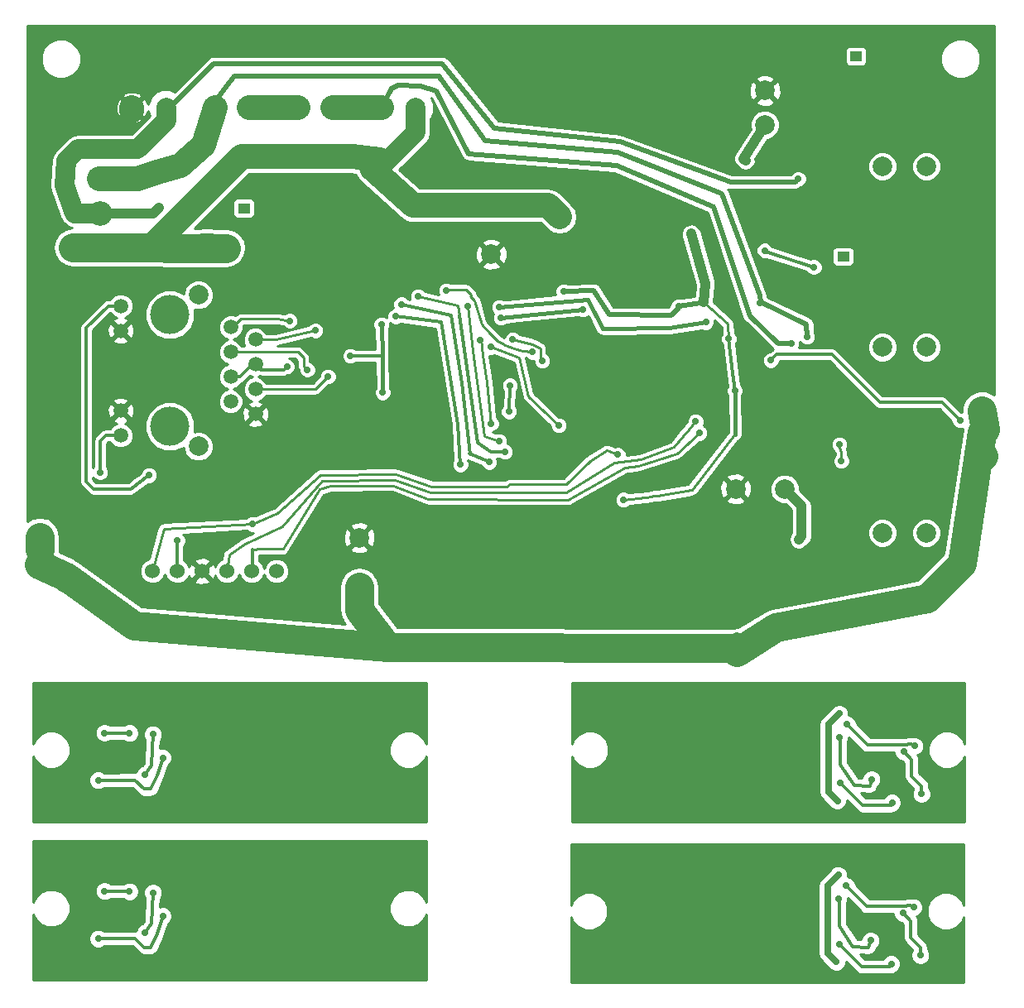
<source format=gbl>
G04 (created by PCBNEW (2013-jul-07)-stable) date Tue 21 Jul 2015 08:42:06 PM PDT*
%MOIN*%
G04 Gerber Fmt 3.4, Leading zero omitted, Abs format*
%FSLAX34Y34*%
G01*
G70*
G90*
G04 APERTURE LIST*
%ADD10C,0.00590551*%
%ADD11C,0.06*%
%ADD12C,0.0787402*%
%ADD13C,0.0590551*%
%ADD14C,0.15748*%
%ADD15C,0.0984252*%
%ADD16C,0.019685*%
%ADD17R,0.0472441X0.0393701*%
%ADD18C,0.023622*%
%ADD19R,0.0984X0.0984*%
%ADD20C,0.0787*%
%ADD21C,0.0307087*%
%ADD22C,0.0275591*%
%ADD23C,0.00984252*%
%ADD24C,0.0393701*%
%ADD25C,0.015748*%
%ADD26C,0.011811*%
%ADD27C,0.0275591*%
%ADD28C,0.11811*%
%ADD29C,0.019685*%
%ADD30C,0.0984252*%
%ADD31C,0.0787402*%
%ADD32C,0.0137795*%
%ADD33C,0.01*%
G04 APERTURE END LIST*
G54D10*
G54D11*
X42436Y-41618D03*
X43436Y-41620D03*
X38444Y-41618D03*
X39444Y-41620D03*
X41440Y-41620D03*
X40440Y-41618D03*
G54D12*
X40964Y-22952D03*
X42342Y-22952D03*
X44311Y-22952D03*
X45689Y-22952D03*
X37618Y-22952D03*
X38996Y-22952D03*
X47657Y-22952D03*
X49035Y-22952D03*
X52086Y-26889D03*
X52086Y-28858D03*
X63897Y-38307D03*
X61929Y-38307D03*
X46771Y-42244D03*
X46771Y-40275D03*
X63110Y-23641D03*
X63110Y-22263D03*
G54D13*
X37165Y-30935D03*
X37165Y-31935D03*
X37165Y-35151D03*
X37165Y-36151D03*
X41594Y-31795D03*
X41594Y-33791D03*
X41594Y-32795D03*
X41594Y-34791D03*
X42594Y-32291D03*
X42594Y-34291D03*
X42594Y-33291D03*
G54D14*
X39146Y-35793D03*
X39146Y-31293D03*
G54D12*
X40295Y-30494D03*
X40295Y-36592D03*
G54D13*
X42594Y-35291D03*
G54D15*
X36299Y-25826D03*
X36338Y-28582D03*
X36338Y-27204D03*
G54D16*
X42125Y-27000D03*
G54D17*
X42125Y-27000D03*
G54D16*
X66771Y-20874D03*
G54D17*
X66771Y-20874D03*
G54D16*
X66259Y-28944D03*
G54D17*
X66259Y-28944D03*
G54D18*
X49334Y-32964D03*
X49034Y-32664D03*
X49034Y-33264D03*
X49634Y-32664D03*
X49634Y-33264D03*
G54D19*
X49334Y-32964D03*
G54D20*
X67834Y-40078D03*
X69606Y-40078D03*
X67834Y-25314D03*
X69606Y-25314D03*
X67834Y-32598D03*
X69606Y-32598D03*
G54D21*
X60551Y-20984D03*
X57007Y-20984D03*
X59960Y-22755D03*
X59960Y-22165D03*
X59960Y-21574D03*
X59960Y-20984D03*
X58779Y-22755D03*
X58779Y-22165D03*
X58779Y-21574D03*
X58779Y-20984D03*
X59370Y-20984D03*
X59370Y-21574D03*
X59370Y-22165D03*
X59370Y-22755D03*
X58188Y-22755D03*
X58188Y-22165D03*
X58188Y-21574D03*
X58188Y-20984D03*
X57598Y-20984D03*
X57598Y-21574D03*
X57598Y-22165D03*
X57598Y-22755D03*
X55984Y-40118D03*
X55984Y-43661D03*
X57755Y-40708D03*
X57165Y-40708D03*
X56574Y-40708D03*
X55984Y-40708D03*
X57755Y-41889D03*
X57165Y-41889D03*
X56574Y-41889D03*
X55984Y-41889D03*
X55984Y-41299D03*
X56574Y-41299D03*
X57165Y-41299D03*
X57755Y-41299D03*
X57755Y-42480D03*
X57165Y-42480D03*
X56574Y-42480D03*
X55984Y-42480D03*
X55984Y-43070D03*
X56574Y-43070D03*
X57165Y-43070D03*
X57755Y-43070D03*
G54D22*
X66181Y-37185D03*
X66102Y-36515D03*
X64468Y-40334D03*
X46417Y-32952D03*
X43858Y-33385D03*
X47665Y-31681D03*
X47716Y-34429D03*
X52401Y-30984D03*
X60728Y-31594D03*
X55757Y-31082D03*
X52480Y-31417D03*
X52401Y-36377D03*
X51141Y-30944D03*
X52076Y-32598D03*
X54803Y-35748D03*
X65590Y-53228D03*
X69409Y-53503D03*
X67322Y-54606D03*
X69546Y-56240D03*
X68346Y-54685D03*
X66692Y-56062D03*
X68543Y-55905D03*
X37358Y-57271D03*
X36641Y-57102D03*
X36299Y-53425D03*
X39779Y-57251D03*
X57401Y-28110D03*
X59311Y-39429D03*
X62440Y-41850D03*
X65413Y-35925D03*
X62440Y-35629D03*
X60905Y-34389D03*
X67204Y-29468D03*
X68129Y-29744D03*
X67775Y-29724D03*
X67440Y-29704D03*
X66771Y-21929D03*
X61614Y-20905D03*
X67992Y-36496D03*
X42992Y-37322D03*
X49055Y-35472D03*
X37795Y-40039D03*
X52322Y-34094D03*
X53405Y-30039D03*
X60098Y-30078D03*
X62145Y-32165D03*
X57972Y-36751D03*
X50314Y-37598D03*
X48149Y-30354D03*
X45905Y-34488D03*
X39779Y-50874D03*
X36299Y-47047D03*
X36641Y-50724D03*
X37358Y-50893D03*
X68582Y-49409D03*
X66732Y-49566D03*
X68385Y-48188D03*
X69585Y-49744D03*
X67362Y-48110D03*
X69448Y-47007D03*
X65629Y-46732D03*
X64448Y-25826D03*
X38700Y-26968D03*
X38307Y-37755D03*
X68661Y-55393D03*
X69370Y-57086D03*
X69409Y-50590D03*
X68700Y-48897D03*
X68188Y-57440D03*
X66102Y-56653D03*
X38149Y-56181D03*
X38464Y-54566D03*
X38464Y-48188D03*
X38149Y-49803D03*
X66141Y-50157D03*
X68228Y-50944D03*
X52086Y-35669D03*
X51653Y-32322D03*
X50846Y-37322D03*
X48228Y-31358D03*
X52007Y-37224D03*
X48464Y-30866D03*
X52637Y-36811D03*
X49133Y-30551D03*
X66377Y-54291D03*
X69094Y-55157D03*
X69133Y-48661D03*
X66417Y-47795D03*
X52795Y-35196D03*
X52834Y-34133D03*
X60466Y-36059D03*
X60314Y-35590D03*
X45511Y-33779D03*
X44685Y-33503D03*
X36259Y-56417D03*
X38858Y-55511D03*
X38858Y-49133D03*
X36259Y-50039D03*
X66062Y-54803D03*
X67362Y-56496D03*
X67401Y-50000D03*
X66102Y-48307D03*
X64803Y-32185D03*
X62913Y-30807D03*
X38582Y-25511D03*
X63090Y-28700D03*
X65078Y-29370D03*
X45000Y-31929D03*
X43976Y-31535D03*
X64173Y-32440D03*
X55000Y-30354D03*
X62322Y-25078D03*
X60137Y-28031D03*
X39448Y-40393D03*
X59625Y-30944D03*
X61653Y-32263D03*
X50275Y-30314D03*
X53740Y-32795D03*
X57401Y-38740D03*
X61889Y-34350D03*
X61968Y-44291D03*
X62716Y-44251D03*
X63188Y-43976D03*
X71830Y-35137D03*
X41476Y-28582D03*
X40964Y-28582D03*
X40511Y-28562D03*
X33917Y-40177D03*
X33937Y-40728D03*
X33976Y-41240D03*
X70964Y-35551D03*
X63346Y-33129D03*
X71889Y-36968D03*
X71850Y-36023D03*
X54842Y-27362D03*
X65984Y-57362D03*
X66062Y-53858D03*
X37519Y-54519D03*
X36507Y-54511D03*
X36507Y-48133D03*
X37519Y-48141D03*
X66102Y-47362D03*
X66023Y-50866D03*
X36338Y-37637D03*
X52952Y-32283D03*
X54133Y-33149D03*
X57185Y-36929D03*
X42480Y-39724D03*
G54D23*
X66181Y-37185D02*
X66181Y-36968D01*
X66181Y-36968D02*
X66181Y-36830D01*
X66181Y-36830D02*
X66102Y-36653D01*
X66102Y-36653D02*
X66102Y-36515D01*
G54D24*
X64586Y-38996D02*
X63897Y-38307D01*
X64586Y-40216D02*
X64586Y-38996D01*
X64468Y-40334D02*
X64586Y-40216D01*
G54D25*
X47689Y-32953D02*
X47716Y-34429D01*
G54D26*
X47689Y-32953D02*
X47689Y-32953D01*
X46417Y-32953D02*
X47689Y-32953D01*
X46417Y-32952D02*
X46417Y-32953D01*
X42594Y-33291D02*
X42456Y-33291D01*
X41956Y-33791D02*
X41594Y-33791D01*
X42456Y-33291D02*
X41956Y-33791D01*
X42807Y-33503D02*
X42594Y-33291D01*
X43740Y-33503D02*
X42807Y-33503D01*
X43858Y-33385D02*
X43740Y-33503D01*
G54D25*
X47665Y-31681D02*
X47689Y-32953D01*
X60728Y-31594D02*
X59232Y-31830D01*
X59232Y-31830D02*
X56555Y-31850D01*
X56555Y-31850D02*
X55984Y-30669D01*
X55984Y-30669D02*
X52401Y-30984D01*
X52480Y-31417D02*
X53149Y-31338D01*
X53149Y-31338D02*
X55757Y-31082D01*
G54D23*
X52401Y-36377D02*
X51811Y-36181D01*
X51811Y-36181D02*
X51338Y-32755D01*
X51338Y-32755D02*
X51141Y-30944D01*
X54803Y-35748D02*
X53582Y-34566D01*
X53582Y-34566D02*
X53208Y-33031D01*
X53208Y-33031D02*
X52076Y-32598D01*
G54D27*
X69527Y-56221D02*
X69546Y-56240D01*
X69527Y-56220D02*
X69527Y-56221D01*
G54D26*
X66692Y-56062D02*
X66692Y-56023D01*
X37358Y-57271D02*
X37318Y-57311D01*
G54D23*
X60905Y-34389D02*
X60925Y-34370D01*
G54D24*
X67440Y-29704D02*
X67657Y-29783D01*
G54D28*
X61614Y-20905D02*
X61614Y-20866D01*
G54D23*
X52401Y-35393D02*
X54685Y-37519D01*
X52401Y-34330D02*
X52401Y-35393D01*
X52322Y-34094D02*
X52401Y-34330D01*
X53405Y-30039D02*
X53405Y-30059D01*
X57972Y-36751D02*
X57972Y-36742D01*
G54D29*
X48149Y-30354D02*
X48149Y-30314D01*
G54D27*
X45905Y-34488D02*
X45905Y-34500D01*
G54D30*
X37618Y-22952D02*
X37618Y-23090D01*
G54D26*
X37358Y-50893D02*
X37318Y-50933D01*
X66732Y-49566D02*
X66732Y-49527D01*
G54D27*
X69566Y-49724D02*
X69566Y-49725D01*
X69566Y-49725D02*
X69585Y-49744D01*
G54D29*
X38996Y-22952D02*
X39133Y-22952D01*
X64330Y-25944D02*
X64448Y-25826D01*
X61732Y-25944D02*
X64330Y-25944D01*
X57282Y-24329D02*
X61732Y-25944D01*
X52204Y-23779D02*
X57282Y-24329D01*
X50118Y-21181D02*
X52204Y-23779D01*
X40905Y-21181D02*
X50118Y-21181D01*
X39133Y-22952D02*
X40905Y-21181D01*
G54D31*
X38996Y-22952D02*
X38996Y-23484D01*
X35767Y-24625D02*
X35433Y-24625D01*
X35433Y-24625D02*
X34980Y-25078D01*
X34980Y-25078D02*
X34901Y-26082D01*
X34901Y-26082D02*
X35314Y-27204D01*
X35314Y-27204D02*
X36338Y-27204D01*
X37854Y-24625D02*
X35767Y-24625D01*
X38996Y-23484D02*
X37854Y-24625D01*
G54D24*
X38464Y-27204D02*
X36338Y-27204D01*
X38700Y-26968D02*
X38464Y-27204D01*
G54D26*
X36663Y-30935D02*
X37165Y-30935D01*
X35787Y-31811D02*
X36663Y-30935D01*
X35787Y-38031D02*
X35787Y-31811D01*
X36062Y-38307D02*
X35787Y-38031D01*
X37559Y-38307D02*
X36062Y-38307D01*
X38307Y-37755D02*
X37559Y-38307D01*
X68661Y-55393D02*
X68976Y-55708D01*
X68976Y-55708D02*
X68976Y-56377D01*
X68976Y-56377D02*
X69370Y-56771D01*
X69370Y-56771D02*
X69370Y-57086D01*
X69409Y-50275D02*
X69409Y-50590D01*
X69015Y-49881D02*
X69409Y-50275D01*
X69015Y-49212D02*
X69015Y-49881D01*
X68700Y-48897D02*
X69015Y-49212D01*
X68188Y-57440D02*
X68149Y-57559D01*
X68149Y-57559D02*
X67007Y-57559D01*
X67007Y-57559D02*
X66102Y-56653D01*
X38149Y-56181D02*
X38405Y-55826D01*
X38405Y-55826D02*
X38464Y-54566D01*
X38405Y-49448D02*
X38464Y-48188D01*
X38149Y-49803D02*
X38405Y-49448D01*
X67047Y-51062D02*
X66141Y-50157D01*
X68188Y-51062D02*
X67047Y-51062D01*
X68228Y-50944D02*
X68188Y-51062D01*
G54D25*
X51653Y-32322D02*
X51657Y-32278D01*
G54D23*
X51657Y-32278D02*
X51732Y-32913D01*
X51732Y-32913D02*
X51909Y-34015D01*
X51909Y-34015D02*
X52086Y-35669D01*
G54D26*
X50846Y-37322D02*
X50827Y-37362D01*
X50827Y-37362D02*
X50751Y-35720D01*
X50751Y-35720D02*
X50078Y-31594D01*
X50078Y-31594D02*
X48228Y-31358D01*
X52007Y-37224D02*
X51220Y-36889D01*
X51240Y-36909D02*
X50893Y-34039D01*
X50472Y-31318D02*
X48464Y-30866D01*
X50893Y-34039D02*
X50472Y-31318D01*
X52637Y-36811D02*
X52086Y-36811D01*
X52086Y-36811D02*
X51535Y-36456D01*
X51535Y-36456D02*
X50814Y-31307D01*
G54D23*
X50750Y-30918D02*
X49133Y-30551D01*
X50814Y-31307D02*
X50750Y-30918D01*
G54D26*
X66377Y-54291D02*
X67194Y-55118D01*
X67194Y-55118D02*
X68690Y-55118D01*
X68690Y-55118D02*
X68937Y-55078D01*
X68937Y-55078D02*
X69094Y-55157D01*
X68976Y-48582D02*
X69133Y-48661D01*
X68730Y-48622D02*
X68976Y-48582D01*
X67234Y-48622D02*
X68730Y-48622D01*
X66417Y-47795D02*
X67234Y-48622D01*
X52795Y-35196D02*
X52834Y-34133D01*
G54D30*
X42342Y-22952D02*
X44311Y-22952D01*
G54D26*
X42480Y-40751D02*
X42480Y-41574D01*
X42480Y-41574D02*
X42436Y-41618D01*
G54D23*
X45610Y-38188D02*
X45177Y-38326D01*
X45177Y-38326D02*
X43700Y-40728D01*
X43700Y-40728D02*
X42814Y-40728D01*
X42814Y-40728D02*
X42480Y-40751D01*
X42480Y-40751D02*
X42476Y-40752D01*
X49547Y-38720D02*
X48149Y-38169D01*
X57483Y-37434D02*
X55177Y-38740D01*
X55177Y-38740D02*
X49547Y-38720D01*
X57992Y-37381D02*
X59558Y-36866D01*
X60466Y-36059D02*
X59558Y-36866D01*
X57992Y-37381D02*
X57483Y-37434D01*
X48149Y-38169D02*
X45610Y-38188D01*
X55115Y-38459D02*
X52859Y-38459D01*
X58110Y-37125D02*
X57027Y-37263D01*
X57027Y-37263D02*
X55115Y-38459D01*
X60314Y-35590D02*
X60039Y-35905D01*
X60039Y-35905D02*
X59803Y-36181D01*
X59803Y-36181D02*
X59448Y-36614D01*
X59448Y-36614D02*
X58110Y-37125D01*
X41535Y-40944D02*
X41440Y-41620D01*
X42165Y-40511D02*
X41535Y-40944D01*
X43661Y-39803D02*
X42165Y-40511D01*
X45275Y-37992D02*
X43661Y-39803D01*
X48188Y-37933D02*
X45275Y-37992D01*
X49625Y-38464D02*
X48188Y-37933D01*
X52755Y-38464D02*
X49625Y-38464D01*
X52859Y-38459D02*
X52755Y-38464D01*
X41440Y-41472D02*
X41440Y-41620D01*
X45000Y-34291D02*
X42594Y-34291D01*
X45511Y-33779D02*
X45000Y-34291D01*
X44291Y-32795D02*
X41594Y-32795D01*
X44527Y-33031D02*
X44291Y-32795D01*
X44527Y-33346D02*
X44527Y-33031D01*
X44685Y-33503D02*
X44527Y-33346D01*
G54D26*
X37752Y-56413D02*
X38110Y-56771D01*
X36259Y-56417D02*
X37752Y-56413D01*
X38110Y-56771D02*
X38385Y-56771D01*
X38385Y-56771D02*
X38622Y-56220D01*
X38622Y-56220D02*
X38858Y-55511D01*
X38622Y-49842D02*
X38858Y-49133D01*
X38385Y-50393D02*
X38622Y-49842D01*
X38110Y-50393D02*
X38385Y-50393D01*
X36259Y-50039D02*
X37752Y-50035D01*
X37752Y-50035D02*
X38110Y-50393D01*
X66062Y-54803D02*
X66102Y-54842D01*
X66102Y-55905D02*
X66102Y-55905D01*
X66102Y-54842D02*
X66102Y-55905D01*
X66653Y-56732D02*
X67283Y-56771D01*
X66102Y-55905D02*
X66653Y-56732D01*
X67283Y-56771D02*
X67362Y-56496D01*
X67322Y-50275D02*
X67401Y-50000D01*
X66141Y-49409D02*
X66692Y-50236D01*
X66692Y-50236D02*
X67322Y-50275D01*
X66141Y-48346D02*
X66141Y-49409D01*
X66141Y-49409D02*
X66141Y-49409D01*
X66102Y-48307D02*
X66141Y-48346D01*
G54D29*
X50000Y-21693D02*
X50000Y-21732D01*
X40964Y-22952D02*
X40964Y-22696D01*
X41732Y-21681D02*
X50000Y-21693D01*
X40964Y-22696D02*
X41732Y-21681D01*
X51850Y-24291D02*
X57161Y-24763D01*
X50354Y-22165D02*
X51850Y-24291D01*
X50078Y-21811D02*
X50354Y-22165D01*
X50000Y-21732D02*
X50078Y-21811D01*
X64783Y-31673D02*
X64803Y-32185D01*
X64783Y-31673D02*
X62933Y-30787D01*
X62913Y-30807D02*
X62933Y-30787D01*
X62893Y-30531D02*
X62933Y-30787D01*
X61377Y-26417D02*
X62893Y-30531D01*
X57165Y-24763D02*
X61377Y-26417D01*
G54D24*
X38582Y-25511D02*
X38622Y-25551D01*
G54D30*
X36299Y-25826D02*
X37834Y-25826D01*
X39566Y-25275D02*
X40511Y-24448D01*
X40511Y-24448D02*
X40964Y-22952D01*
X37834Y-25826D02*
X38622Y-25551D01*
X38622Y-25551D02*
X39566Y-25275D01*
G54D26*
X63149Y-28759D02*
X65078Y-29370D01*
G54D23*
X63090Y-28700D02*
X63149Y-28759D01*
X45000Y-31929D02*
X43393Y-32291D01*
X42594Y-32291D02*
X43393Y-32291D01*
X41594Y-31795D02*
X41669Y-31795D01*
X43464Y-31456D02*
X43976Y-31535D01*
X42007Y-31456D02*
X43464Y-31456D01*
X41669Y-31795D02*
X42007Y-31456D01*
G54D29*
X49252Y-22082D02*
X48348Y-22060D01*
X62519Y-31338D02*
X63622Y-32440D01*
X63622Y-32440D02*
X64173Y-32440D01*
X57125Y-25275D02*
X61051Y-26938D01*
X49252Y-22082D02*
X49881Y-22283D01*
X49881Y-22283D02*
X51181Y-24803D01*
X51181Y-24803D02*
X57125Y-25275D01*
X61051Y-26938D02*
X62500Y-31338D01*
X62500Y-31338D02*
X62519Y-31338D01*
X48070Y-22165D02*
X47657Y-22952D01*
X48348Y-22060D02*
X48070Y-22165D01*
G54D30*
X45689Y-22952D02*
X47657Y-22952D01*
G54D29*
X55000Y-30354D02*
X55000Y-30358D01*
X55000Y-30354D02*
X55000Y-30354D01*
X59625Y-30944D02*
X59625Y-31003D01*
X59625Y-31003D02*
X59330Y-31299D01*
X59330Y-31299D02*
X56830Y-31279D01*
X56830Y-31279D02*
X56220Y-30314D01*
X56220Y-30314D02*
X55000Y-30358D01*
G54D24*
X62322Y-25078D02*
X62244Y-25000D01*
X62244Y-25000D02*
X63110Y-23641D01*
X60708Y-30039D02*
X60639Y-30777D01*
X60137Y-28031D02*
X60708Y-30039D01*
G54D32*
X39448Y-40393D02*
X39444Y-40358D01*
X39444Y-40358D02*
X39444Y-41620D01*
X61653Y-32263D02*
X61811Y-33661D01*
X61811Y-33661D02*
X61889Y-34350D01*
G54D29*
X60728Y-30787D02*
X59625Y-30944D01*
G54D23*
X60639Y-30777D02*
X60728Y-30787D01*
X61614Y-31653D02*
X60639Y-30777D01*
X61653Y-32263D02*
X61614Y-31653D01*
X61909Y-36082D02*
X60157Y-38346D01*
X60149Y-38354D02*
X58779Y-38586D01*
X58779Y-38586D02*
X58562Y-38582D01*
X60157Y-38346D02*
X60149Y-38354D01*
X51259Y-30551D02*
X51240Y-30551D01*
X51259Y-30472D02*
X51259Y-30551D01*
X50275Y-30314D02*
X50314Y-30275D01*
X50314Y-30275D02*
X51062Y-30275D01*
X51062Y-30275D02*
X51259Y-30472D01*
X51240Y-30551D02*
X51417Y-30708D01*
X52342Y-32342D02*
X52523Y-32445D01*
X52523Y-32445D02*
X52637Y-32519D01*
X52637Y-32519D02*
X53011Y-32657D01*
X53011Y-32657D02*
X53346Y-32736D01*
X53346Y-32736D02*
X53740Y-32795D01*
X52342Y-32342D02*
X52047Y-32047D01*
X51692Y-31692D02*
X52047Y-32047D01*
X51417Y-30708D02*
X51692Y-31692D01*
X57401Y-38740D02*
X58559Y-38618D01*
X58559Y-38618D02*
X58562Y-38582D01*
G54D25*
X61889Y-34350D02*
X61909Y-36082D01*
X61909Y-36082D02*
X61909Y-36102D01*
G54D24*
X61968Y-44291D02*
X61968Y-44865D01*
X62716Y-44251D02*
X62716Y-44405D01*
X63267Y-43897D02*
X63543Y-43897D01*
X63188Y-43976D02*
X63267Y-43897D01*
G54D31*
X49035Y-22952D02*
X49035Y-23956D01*
X49035Y-23956D02*
X47598Y-25393D01*
G54D28*
X46771Y-42244D02*
X46771Y-43188D01*
X46771Y-43188D02*
X47913Y-44685D01*
X71830Y-35137D02*
X71968Y-35905D01*
X71968Y-35905D02*
X71850Y-36023D01*
X34960Y-41850D02*
X33877Y-41338D01*
X41417Y-28622D02*
X36338Y-28582D01*
X40472Y-28582D02*
X40767Y-28582D01*
X40452Y-28602D02*
X40472Y-28582D01*
X33917Y-40748D02*
X33917Y-40236D01*
X33877Y-41338D02*
X33976Y-41240D01*
G54D26*
X70236Y-34822D02*
X70964Y-35551D01*
X67736Y-34822D02*
X70236Y-34822D01*
X65807Y-32893D02*
X67736Y-34822D01*
X63582Y-32893D02*
X65807Y-32893D01*
X63346Y-33129D02*
X63582Y-32893D01*
G54D28*
X71850Y-36023D02*
X71751Y-36830D01*
X71751Y-36830D02*
X71889Y-36968D01*
X36338Y-28582D02*
X35236Y-28582D01*
X71043Y-41299D02*
X71850Y-36023D01*
X63543Y-43897D02*
X69625Y-42716D01*
X62205Y-44719D02*
X61968Y-44865D01*
X47913Y-44685D02*
X62205Y-44719D01*
X61968Y-44865D02*
X62716Y-44405D01*
X62716Y-44405D02*
X63543Y-43897D01*
X69625Y-42716D02*
X71043Y-41299D01*
X37716Y-43818D02*
X47913Y-44685D01*
X35019Y-41909D02*
X34960Y-41850D01*
X34960Y-41850D02*
X37716Y-43818D01*
G54D30*
X54370Y-26889D02*
X54842Y-27362D01*
X54370Y-26889D02*
X52086Y-26889D01*
X52086Y-26889D02*
X48937Y-26889D01*
X47263Y-25393D02*
X47598Y-25393D01*
X48937Y-26889D02*
X47263Y-25393D01*
X36338Y-28582D02*
X38385Y-28582D01*
X38385Y-28582D02*
X42047Y-24921D01*
X42047Y-24921D02*
X46496Y-24921D01*
X46496Y-24921D02*
X47598Y-25059D01*
X47598Y-25059D02*
X47598Y-25393D01*
G54D27*
X65984Y-57362D02*
X65629Y-57007D01*
X65629Y-57007D02*
X65629Y-54291D01*
X65629Y-54291D02*
X66062Y-53858D01*
G54D26*
X37519Y-54519D02*
X37511Y-54511D01*
X37511Y-54511D02*
X36507Y-54511D01*
X37511Y-48133D02*
X36507Y-48133D01*
X37519Y-48141D02*
X37511Y-48133D01*
G54D27*
X65669Y-47795D02*
X66102Y-47362D01*
X65669Y-50511D02*
X65669Y-47795D01*
X66023Y-50866D02*
X65669Y-50511D01*
G54D26*
X36564Y-36151D02*
X37165Y-36151D01*
X36338Y-36377D02*
X36564Y-36151D01*
X36338Y-37637D02*
X36338Y-36377D01*
G54D23*
X53740Y-32480D02*
X52952Y-32283D01*
X54133Y-33149D02*
X54055Y-33070D01*
X54055Y-33070D02*
X54055Y-32637D01*
X54055Y-32637D02*
X53740Y-32480D01*
X52952Y-32283D02*
X52952Y-32283D01*
X57185Y-36929D02*
X56732Y-36751D01*
X56732Y-36751D02*
X56062Y-37165D01*
X56062Y-37165D02*
X55098Y-38129D01*
X55098Y-38129D02*
X52834Y-38129D01*
X52834Y-38129D02*
X52696Y-38208D01*
X52696Y-38208D02*
X49685Y-38208D01*
X49685Y-38208D02*
X48228Y-37716D01*
X48228Y-37716D02*
X45216Y-37736D01*
X45216Y-37736D02*
X43464Y-39291D01*
X43464Y-39291D02*
X42480Y-39724D01*
X38444Y-41618D02*
X38897Y-39921D01*
X38897Y-39921D02*
X42480Y-39724D01*
G54D10*
G36*
X72331Y-34529D02*
X72286Y-34482D01*
X72000Y-34358D01*
X71782Y-34354D01*
X71782Y-20826D01*
X71661Y-20532D01*
X71436Y-20308D01*
X71143Y-20186D01*
X70826Y-20186D01*
X70532Y-20307D01*
X70308Y-20531D01*
X70186Y-20824D01*
X70186Y-21142D01*
X70307Y-21435D01*
X70531Y-21660D01*
X70824Y-21782D01*
X71142Y-21782D01*
X71435Y-21661D01*
X71660Y-21436D01*
X71782Y-21143D01*
X71782Y-20826D01*
X71782Y-34354D01*
X71689Y-34352D01*
X71399Y-34466D01*
X71175Y-34682D01*
X71050Y-34967D01*
X71046Y-35211D01*
X71033Y-35205D01*
X70996Y-35205D01*
X70424Y-34634D01*
X70338Y-34576D01*
X70236Y-34556D01*
X70207Y-34556D01*
X70207Y-32479D01*
X70207Y-25195D01*
X70116Y-24974D01*
X69947Y-24805D01*
X69726Y-24714D01*
X69487Y-24713D01*
X69266Y-24805D01*
X69097Y-24974D01*
X69005Y-25194D01*
X69005Y-25433D01*
X69096Y-25654D01*
X69265Y-25824D01*
X69486Y-25915D01*
X69725Y-25916D01*
X69946Y-25824D01*
X70115Y-25655D01*
X70207Y-25435D01*
X70207Y-25195D01*
X70207Y-32479D01*
X70116Y-32258D01*
X69947Y-32089D01*
X69726Y-31997D01*
X69487Y-31997D01*
X69266Y-32088D01*
X69097Y-32257D01*
X69005Y-32478D01*
X69005Y-32717D01*
X69096Y-32938D01*
X69265Y-33107D01*
X69486Y-33199D01*
X69725Y-33199D01*
X69946Y-33108D01*
X70115Y-32939D01*
X70207Y-32718D01*
X70207Y-32479D01*
X70207Y-34556D01*
X68435Y-34556D01*
X68435Y-32479D01*
X68435Y-25195D01*
X68344Y-24974D01*
X68175Y-24805D01*
X67954Y-24714D01*
X67715Y-24713D01*
X67494Y-24805D01*
X67325Y-24974D01*
X67233Y-25194D01*
X67233Y-25433D01*
X67324Y-25654D01*
X67493Y-25824D01*
X67714Y-25915D01*
X67953Y-25916D01*
X68174Y-25824D01*
X68343Y-25655D01*
X68435Y-25435D01*
X68435Y-25195D01*
X68435Y-32479D01*
X68344Y-32258D01*
X68175Y-32089D01*
X67954Y-31997D01*
X67715Y-31997D01*
X67494Y-32088D01*
X67325Y-32257D01*
X67233Y-32478D01*
X67233Y-32717D01*
X67324Y-32938D01*
X67493Y-33107D01*
X67714Y-33199D01*
X67953Y-33199D01*
X68174Y-33108D01*
X68343Y-32939D01*
X68435Y-32718D01*
X68435Y-32479D01*
X68435Y-34556D01*
X67846Y-34556D01*
X67215Y-33925D01*
X67215Y-21029D01*
X67215Y-20636D01*
X67183Y-20559D01*
X67125Y-20501D01*
X67049Y-20469D01*
X66966Y-20469D01*
X66494Y-20469D01*
X66418Y-20501D01*
X66359Y-20559D01*
X66327Y-20635D01*
X66327Y-20718D01*
X66327Y-21111D01*
X66359Y-21188D01*
X66417Y-21246D01*
X66493Y-21278D01*
X66576Y-21278D01*
X67048Y-21278D01*
X67125Y-21246D01*
X67183Y-21188D01*
X67215Y-21112D01*
X67215Y-21029D01*
X67215Y-33925D01*
X66703Y-33413D01*
X66703Y-29100D01*
X66703Y-28706D01*
X66672Y-28630D01*
X66613Y-28572D01*
X66537Y-28540D01*
X66454Y-28540D01*
X65982Y-28540D01*
X65906Y-28572D01*
X65847Y-28630D01*
X65816Y-28706D01*
X65816Y-28789D01*
X65816Y-29182D01*
X65847Y-29259D01*
X65905Y-29317D01*
X65982Y-29349D01*
X66064Y-29349D01*
X66537Y-29349D01*
X66613Y-29317D01*
X66671Y-29259D01*
X66703Y-29183D01*
X66703Y-29100D01*
X66703Y-33413D01*
X65995Y-32705D01*
X65909Y-32647D01*
X65807Y-32627D01*
X65424Y-32627D01*
X65424Y-29301D01*
X65371Y-29174D01*
X65274Y-29077D01*
X65147Y-29024D01*
X65010Y-29024D01*
X64947Y-29050D01*
X63406Y-28561D01*
X63383Y-28505D01*
X63286Y-28408D01*
X63159Y-28355D01*
X63022Y-28355D01*
X62895Y-28407D01*
X62798Y-28504D01*
X62745Y-28631D01*
X62745Y-28769D01*
X62797Y-28896D01*
X62894Y-28993D01*
X63021Y-29046D01*
X63158Y-29046D01*
X63163Y-29044D01*
X64782Y-29557D01*
X64785Y-29565D01*
X64882Y-29662D01*
X65009Y-29715D01*
X65147Y-29715D01*
X65274Y-29662D01*
X65371Y-29565D01*
X65423Y-29439D01*
X65424Y-29301D01*
X65424Y-32627D01*
X64469Y-32627D01*
X64518Y-32509D01*
X64518Y-32388D01*
X64607Y-32477D01*
X64734Y-32530D01*
X64871Y-32530D01*
X64998Y-32477D01*
X65095Y-32380D01*
X65148Y-32254D01*
X65148Y-32116D01*
X65102Y-32004D01*
X65089Y-31661D01*
X65077Y-31613D01*
X65071Y-31572D01*
X65065Y-31561D01*
X65061Y-31545D01*
X65031Y-31503D01*
X65010Y-31469D01*
X65000Y-31462D01*
X64991Y-31448D01*
X64946Y-31421D01*
X64915Y-31397D01*
X63210Y-30581D01*
X63196Y-30485D01*
X63182Y-30447D01*
X63179Y-30426D01*
X61665Y-26311D01*
X61662Y-26307D01*
X61659Y-26292D01*
X61617Y-26233D01*
X61626Y-26236D01*
X61744Y-26254D01*
X61758Y-26250D01*
X64330Y-26250D01*
X64447Y-26227D01*
X64547Y-26161D01*
X64549Y-26158D01*
X64644Y-26119D01*
X64741Y-26022D01*
X64794Y-25895D01*
X64794Y-25758D01*
X64741Y-25631D01*
X64644Y-25534D01*
X64517Y-25481D01*
X64380Y-25481D01*
X64253Y-25533D01*
X64156Y-25630D01*
X64152Y-25638D01*
X63758Y-25638D01*
X63758Y-22367D01*
X63748Y-22112D01*
X63669Y-21919D01*
X63563Y-21880D01*
X63493Y-21951D01*
X63493Y-21810D01*
X63454Y-21704D01*
X63214Y-21615D01*
X62958Y-21625D01*
X62766Y-21704D01*
X62727Y-21810D01*
X63110Y-22193D01*
X63493Y-21810D01*
X63493Y-21951D01*
X63180Y-22263D01*
X63563Y-22646D01*
X63669Y-22607D01*
X63758Y-22367D01*
X63758Y-25638D01*
X63711Y-25638D01*
X63711Y-23522D01*
X63620Y-23301D01*
X63493Y-23174D01*
X63493Y-22717D01*
X63110Y-22334D01*
X63039Y-22405D01*
X63039Y-22263D01*
X62656Y-21880D01*
X62551Y-21919D01*
X62462Y-22159D01*
X62471Y-22415D01*
X62551Y-22607D01*
X62656Y-22646D01*
X63039Y-22263D01*
X63039Y-22405D01*
X62727Y-22717D01*
X62766Y-22822D01*
X63006Y-22911D01*
X63261Y-22902D01*
X63454Y-22822D01*
X63493Y-22717D01*
X63493Y-23174D01*
X63451Y-23132D01*
X63230Y-23040D01*
X62991Y-23040D01*
X62770Y-23131D01*
X62600Y-23300D01*
X62509Y-23521D01*
X62508Y-23760D01*
X62526Y-23803D01*
X61903Y-24782D01*
X61890Y-24815D01*
X61870Y-24845D01*
X61861Y-24888D01*
X61845Y-24929D01*
X61846Y-24965D01*
X61839Y-25000D01*
X61848Y-25043D01*
X61849Y-25087D01*
X61863Y-25119D01*
X61870Y-25154D01*
X61895Y-25191D01*
X61912Y-25231D01*
X61938Y-25256D01*
X61958Y-25285D01*
X62036Y-25364D01*
X62168Y-25452D01*
X62322Y-25483D01*
X62477Y-25452D01*
X62608Y-25364D01*
X62696Y-25233D01*
X62727Y-25078D01*
X62714Y-25014D01*
X63205Y-24242D01*
X63229Y-24243D01*
X63450Y-24151D01*
X63619Y-23982D01*
X63711Y-23761D01*
X63711Y-23522D01*
X63711Y-25638D01*
X61774Y-25638D01*
X57387Y-24042D01*
X57341Y-24035D01*
X57315Y-24027D01*
X52366Y-23489D01*
X50356Y-20989D01*
X50343Y-20978D01*
X50334Y-20964D01*
X50298Y-20940D01*
X50265Y-20912D01*
X50249Y-20907D01*
X50235Y-20898D01*
X50192Y-20890D01*
X50151Y-20876D01*
X50134Y-20878D01*
X50118Y-20875D01*
X40905Y-20875D01*
X40788Y-20898D01*
X40689Y-20964D01*
X39353Y-22300D01*
X39143Y-22213D01*
X38849Y-22213D01*
X38578Y-22325D01*
X38369Y-22533D01*
X38257Y-22805D01*
X38257Y-22817D01*
X38256Y-22801D01*
X38176Y-22608D01*
X38071Y-22569D01*
X38001Y-22640D01*
X38001Y-22499D01*
X37962Y-22393D01*
X37722Y-22304D01*
X37466Y-22314D01*
X37273Y-22393D01*
X37235Y-22499D01*
X37618Y-22882D01*
X38001Y-22499D01*
X38001Y-22640D01*
X37688Y-22952D01*
X38071Y-23335D01*
X38176Y-23296D01*
X38256Y-23081D01*
X38256Y-23099D01*
X38337Y-23293D01*
X38001Y-23628D01*
X38001Y-23406D01*
X37618Y-23023D01*
X37547Y-23094D01*
X37547Y-22952D01*
X37164Y-22569D01*
X37059Y-22608D01*
X36970Y-22848D01*
X36979Y-23104D01*
X37059Y-23296D01*
X37164Y-23335D01*
X37547Y-22952D01*
X37547Y-23094D01*
X37235Y-23406D01*
X37273Y-23511D01*
X37513Y-23600D01*
X37769Y-23591D01*
X37962Y-23511D01*
X38001Y-23406D01*
X38001Y-23628D01*
X37605Y-24024D01*
X35767Y-24024D01*
X35561Y-24024D01*
X35561Y-20826D01*
X35440Y-20532D01*
X35216Y-20308D01*
X34923Y-20186D01*
X34605Y-20186D01*
X34312Y-20307D01*
X34087Y-20531D01*
X33965Y-20824D01*
X33965Y-21142D01*
X34086Y-21435D01*
X34311Y-21660D01*
X34604Y-21782D01*
X34921Y-21782D01*
X35215Y-21661D01*
X35439Y-21436D01*
X35561Y-21143D01*
X35561Y-20826D01*
X35561Y-24024D01*
X35433Y-24024D01*
X35203Y-24070D01*
X35007Y-24200D01*
X34555Y-24653D01*
X34501Y-24734D01*
X34444Y-24805D01*
X34438Y-24828D01*
X34424Y-24848D01*
X34405Y-24944D01*
X34381Y-25031D01*
X34302Y-26035D01*
X34303Y-26047D01*
X34300Y-26058D01*
X34317Y-26163D01*
X34329Y-26268D01*
X34335Y-26278D01*
X34337Y-26290D01*
X34750Y-27412D01*
X34757Y-27424D01*
X34759Y-27434D01*
X34811Y-27511D01*
X34872Y-27612D01*
X34883Y-27620D01*
X34889Y-27629D01*
X34968Y-27682D01*
X35062Y-27750D01*
X35075Y-27753D01*
X35084Y-27760D01*
X35181Y-27779D01*
X35218Y-27788D01*
X34930Y-27845D01*
X34671Y-28018D01*
X34498Y-28277D01*
X34438Y-28582D01*
X34498Y-28888D01*
X34671Y-29146D01*
X34930Y-29319D01*
X35236Y-29380D01*
X36335Y-29380D01*
X41411Y-29416D01*
X41717Y-29357D01*
X41977Y-29186D01*
X42152Y-28928D01*
X42215Y-28623D01*
X42156Y-28317D01*
X41985Y-28057D01*
X41727Y-27882D01*
X41422Y-27820D01*
X40928Y-27816D01*
X40767Y-27784D01*
X40472Y-27784D01*
X40332Y-27812D01*
X40146Y-27811D01*
X42337Y-25620D01*
X46452Y-25620D01*
X46613Y-25640D01*
X46617Y-25661D01*
X46628Y-25677D01*
X46633Y-25697D01*
X46703Y-25790D01*
X46769Y-25888D01*
X46785Y-25899D01*
X46797Y-25915D01*
X48470Y-27411D01*
X48571Y-27470D01*
X48669Y-27536D01*
X48688Y-27539D01*
X48705Y-27550D01*
X48821Y-27566D01*
X48937Y-27589D01*
X52086Y-27589D01*
X54080Y-27589D01*
X54347Y-27856D01*
X54574Y-28008D01*
X54842Y-28061D01*
X55110Y-28008D01*
X55337Y-27856D01*
X55488Y-27629D01*
X55542Y-27362D01*
X55488Y-27094D01*
X55337Y-26867D01*
X54864Y-26395D01*
X54637Y-26243D01*
X54370Y-26190D01*
X52086Y-26190D01*
X49204Y-26190D01*
X48384Y-25457D01*
X49460Y-24381D01*
X49590Y-24186D01*
X49636Y-23956D01*
X49636Y-23396D01*
X49661Y-23371D01*
X49774Y-23100D01*
X49774Y-22806D01*
X49662Y-22534D01*
X49661Y-22534D01*
X49668Y-22536D01*
X50910Y-24942D01*
X50927Y-24964D01*
X50948Y-25001D01*
X50971Y-25020D01*
X50984Y-25036D01*
X51009Y-25050D01*
X51042Y-25075D01*
X51070Y-25083D01*
X51089Y-25094D01*
X51119Y-25097D01*
X51157Y-25108D01*
X57039Y-25571D01*
X60805Y-27169D01*
X62207Y-31434D01*
X62216Y-31450D01*
X62217Y-31455D01*
X62230Y-31474D01*
X62266Y-31538D01*
X62280Y-31549D01*
X62283Y-31554D01*
X62305Y-31569D01*
X62360Y-31612D01*
X62360Y-31612D01*
X63405Y-32657D01*
X63405Y-32657D01*
X63435Y-32677D01*
X63394Y-32705D01*
X63314Y-32784D01*
X63278Y-32784D01*
X63151Y-32837D01*
X63053Y-32934D01*
X63001Y-33060D01*
X63001Y-33198D01*
X63053Y-33325D01*
X63150Y-33422D01*
X63277Y-33475D01*
X63414Y-33475D01*
X63541Y-33422D01*
X63638Y-33325D01*
X63691Y-33198D01*
X63691Y-33161D01*
X63693Y-33160D01*
X65696Y-33160D01*
X67547Y-35011D01*
X67547Y-35011D01*
X67590Y-35040D01*
X67634Y-35069D01*
X67634Y-35069D01*
X67736Y-35089D01*
X70125Y-35089D01*
X70619Y-35582D01*
X70619Y-35619D01*
X70671Y-35746D01*
X70768Y-35843D01*
X70895Y-35896D01*
X71032Y-35896D01*
X71069Y-35881D01*
X71061Y-35902D01*
X70294Y-40919D01*
X70207Y-41006D01*
X70207Y-39959D01*
X70116Y-39738D01*
X69947Y-39569D01*
X69726Y-39477D01*
X69487Y-39477D01*
X69266Y-39568D01*
X69097Y-39737D01*
X69005Y-39958D01*
X69005Y-40197D01*
X69096Y-40418D01*
X69265Y-40587D01*
X69486Y-40679D01*
X69725Y-40679D01*
X69946Y-40588D01*
X70115Y-40419D01*
X70207Y-40198D01*
X70207Y-39959D01*
X70207Y-41006D01*
X69235Y-41978D01*
X68435Y-42133D01*
X68435Y-39959D01*
X68344Y-39738D01*
X68175Y-39569D01*
X67954Y-39477D01*
X67715Y-39477D01*
X67494Y-39568D01*
X67325Y-39737D01*
X67233Y-39958D01*
X67233Y-40197D01*
X67324Y-40418D01*
X67493Y-40587D01*
X67714Y-40679D01*
X67953Y-40679D01*
X68174Y-40588D01*
X68343Y-40419D01*
X68435Y-40198D01*
X68435Y-39959D01*
X68435Y-42133D01*
X66526Y-42504D01*
X66526Y-37116D01*
X66473Y-36989D01*
X66437Y-36953D01*
X66437Y-36830D01*
X66437Y-36827D01*
X66437Y-36823D01*
X66426Y-36773D01*
X66418Y-36732D01*
X66416Y-36729D01*
X66415Y-36726D01*
X66401Y-36694D01*
X66447Y-36584D01*
X66447Y-36447D01*
X66395Y-36320D01*
X66298Y-36223D01*
X66171Y-36170D01*
X66033Y-36170D01*
X65907Y-36222D01*
X65809Y-36319D01*
X65757Y-36446D01*
X65757Y-36584D01*
X65809Y-36711D01*
X65877Y-36778D01*
X65924Y-36884D01*
X65924Y-36953D01*
X65888Y-36989D01*
X65835Y-37116D01*
X65835Y-37253D01*
X65888Y-37380D01*
X65985Y-37477D01*
X66112Y-37530D01*
X66249Y-37530D01*
X66376Y-37477D01*
X66473Y-37380D01*
X66526Y-37254D01*
X66526Y-37116D01*
X66526Y-42504D01*
X64990Y-42803D01*
X64990Y-40216D01*
X64990Y-38996D01*
X64990Y-38996D01*
X64990Y-38996D01*
X64960Y-38841D01*
X64872Y-38710D01*
X64872Y-38710D01*
X64498Y-38336D01*
X64498Y-38188D01*
X64407Y-37966D01*
X64238Y-37797D01*
X64017Y-37706D01*
X63778Y-37705D01*
X63557Y-37797D01*
X63388Y-37966D01*
X63296Y-38186D01*
X63296Y-38426D01*
X63387Y-38647D01*
X63556Y-38816D01*
X63777Y-38908D01*
X63927Y-38908D01*
X64182Y-39163D01*
X64182Y-40049D01*
X64094Y-40179D01*
X64064Y-40334D01*
X64094Y-40489D01*
X64182Y-40620D01*
X64313Y-40708D01*
X64468Y-40738D01*
X64623Y-40708D01*
X64754Y-40620D01*
X64872Y-40502D01*
X64960Y-40371D01*
X64990Y-40216D01*
X64990Y-42803D01*
X63416Y-43109D01*
X63416Y-43109D01*
X63416Y-43109D01*
X63391Y-43114D01*
X63272Y-43162D01*
X63124Y-43217D01*
X62577Y-43554D01*
X62577Y-38411D01*
X62567Y-38155D01*
X62487Y-37962D01*
X62382Y-37924D01*
X62312Y-37994D01*
X62312Y-37853D01*
X62273Y-37748D01*
X62235Y-37734D01*
X62235Y-34282D01*
X62182Y-34155D01*
X62140Y-34112D01*
X62085Y-33630D01*
X62084Y-33626D01*
X61952Y-32445D01*
X61998Y-32332D01*
X61998Y-32195D01*
X61946Y-32068D01*
X61894Y-32016D01*
X61870Y-31636D01*
X61844Y-31540D01*
X61783Y-31460D01*
X61779Y-31458D01*
X61044Y-30796D01*
X61109Y-30091D01*
X61111Y-30085D01*
X61110Y-30078D01*
X61110Y-30076D01*
X61109Y-30065D01*
X61098Y-29928D01*
X60526Y-27920D01*
X60454Y-27780D01*
X60334Y-27678D01*
X60184Y-27629D01*
X60027Y-27642D01*
X59886Y-27714D01*
X59784Y-27834D01*
X59736Y-27985D01*
X59748Y-28142D01*
X60299Y-30073D01*
X60255Y-30546D01*
X59742Y-30619D01*
X59694Y-30599D01*
X59557Y-30599D01*
X59430Y-30652D01*
X59333Y-30749D01*
X59280Y-30875D01*
X59280Y-30916D01*
X59202Y-30994D01*
X56999Y-30975D01*
X56479Y-30151D01*
X56450Y-30121D01*
X56429Y-30091D01*
X56412Y-30081D01*
X56396Y-30064D01*
X56358Y-30047D01*
X56327Y-30028D01*
X56308Y-30025D01*
X56287Y-30016D01*
X56245Y-30015D01*
X56209Y-30009D01*
X55158Y-30046D01*
X55068Y-30009D01*
X54931Y-30008D01*
X54804Y-30061D01*
X54707Y-30158D01*
X54654Y-30285D01*
X54654Y-30422D01*
X54685Y-30497D01*
X52734Y-30667D01*
X52734Y-28962D01*
X52725Y-28706D01*
X52645Y-28514D01*
X52540Y-28475D01*
X52469Y-28545D01*
X52469Y-28404D01*
X52430Y-28299D01*
X52190Y-28210D01*
X51934Y-28219D01*
X51742Y-28299D01*
X51703Y-28404D01*
X52086Y-28787D01*
X52469Y-28404D01*
X52469Y-28545D01*
X52157Y-28858D01*
X52540Y-29241D01*
X52645Y-29202D01*
X52734Y-28962D01*
X52734Y-30667D01*
X52573Y-30681D01*
X52470Y-30639D01*
X52469Y-30639D01*
X52469Y-29312D01*
X52086Y-28928D01*
X52015Y-28999D01*
X52015Y-28858D01*
X51632Y-28475D01*
X51527Y-28514D01*
X51438Y-28754D01*
X51448Y-29010D01*
X51527Y-29202D01*
X51632Y-29241D01*
X52015Y-28858D01*
X52015Y-28999D01*
X51703Y-29312D01*
X51742Y-29417D01*
X51982Y-29506D01*
X52238Y-29496D01*
X52430Y-29417D01*
X52469Y-29312D01*
X52469Y-30639D01*
X52333Y-30638D01*
X52206Y-30691D01*
X52109Y-30788D01*
X52056Y-30915D01*
X52056Y-31052D01*
X52108Y-31179D01*
X52176Y-31247D01*
X52135Y-31348D01*
X52134Y-31485D01*
X52187Y-31612D01*
X52284Y-31709D01*
X52411Y-31762D01*
X52548Y-31762D01*
X52675Y-31710D01*
X52707Y-31678D01*
X53183Y-31622D01*
X53183Y-31622D01*
X55590Y-31386D01*
X55688Y-31427D01*
X55826Y-31428D01*
X55953Y-31375D01*
X55990Y-31338D01*
X56297Y-31974D01*
X56325Y-32012D01*
X56354Y-32054D01*
X56360Y-32058D01*
X56364Y-32064D01*
X56405Y-32087D01*
X56447Y-32115D01*
X56454Y-32117D01*
X56461Y-32120D01*
X56508Y-32127D01*
X56557Y-32136D01*
X59234Y-32117D01*
X59259Y-32112D01*
X59277Y-32113D01*
X60580Y-31906D01*
X60659Y-31939D01*
X60796Y-31939D01*
X60923Y-31887D01*
X61020Y-31790D01*
X61073Y-31663D01*
X61073Y-31526D01*
X61065Y-31506D01*
X61364Y-31775D01*
X61382Y-32046D01*
X61361Y-32067D01*
X61308Y-32194D01*
X61308Y-32332D01*
X61360Y-32459D01*
X61401Y-32500D01*
X61535Y-33692D01*
X61536Y-33695D01*
X61590Y-34170D01*
X61544Y-34281D01*
X61544Y-34418D01*
X61596Y-34545D01*
X61606Y-34554D01*
X61624Y-36029D01*
X60811Y-37080D01*
X60811Y-35991D01*
X60759Y-35864D01*
X60662Y-35767D01*
X60622Y-35750D01*
X60660Y-35659D01*
X60660Y-35522D01*
X60607Y-35395D01*
X60510Y-35298D01*
X60383Y-35245D01*
X60246Y-35245D01*
X60119Y-35297D01*
X60022Y-35394D01*
X59969Y-35521D01*
X59969Y-35595D01*
X59846Y-35736D01*
X59845Y-35737D01*
X59844Y-35738D01*
X59608Y-36014D01*
X59606Y-36016D01*
X59604Y-36018D01*
X59292Y-36399D01*
X58050Y-36873D01*
X57530Y-36940D01*
X57530Y-36860D01*
X57477Y-36733D01*
X57380Y-36636D01*
X57254Y-36583D01*
X57116Y-36583D01*
X57063Y-36605D01*
X56825Y-36512D01*
X56807Y-36509D01*
X56791Y-36502D01*
X56759Y-36501D01*
X56727Y-36495D01*
X56709Y-36499D01*
X56691Y-36498D01*
X56661Y-36509D01*
X56629Y-36516D01*
X56614Y-36527D01*
X56597Y-36533D01*
X55928Y-36946D01*
X55906Y-36967D01*
X55881Y-36983D01*
X55148Y-37716D01*
X55148Y-35679D01*
X55096Y-35552D01*
X54998Y-35455D01*
X54872Y-35402D01*
X54814Y-35402D01*
X53814Y-34434D01*
X53468Y-33014D01*
X53471Y-33014D01*
X53544Y-33087D01*
X53671Y-33140D01*
X53788Y-33140D01*
X53788Y-33217D01*
X53840Y-33344D01*
X53938Y-33442D01*
X54064Y-33494D01*
X54202Y-33494D01*
X54329Y-33442D01*
X54426Y-33345D01*
X54479Y-33218D01*
X54479Y-33081D01*
X54426Y-32954D01*
X54329Y-32857D01*
X54311Y-32849D01*
X54311Y-32637D01*
X54303Y-32595D01*
X54298Y-32556D01*
X54294Y-32549D01*
X54292Y-32539D01*
X54268Y-32503D01*
X54249Y-32469D01*
X54242Y-32464D01*
X54236Y-32456D01*
X54200Y-32431D01*
X54169Y-32408D01*
X53855Y-32250D01*
X53830Y-32244D01*
X53802Y-32230D01*
X53247Y-32092D01*
X53245Y-32088D01*
X53148Y-31990D01*
X53021Y-31938D01*
X52884Y-31938D01*
X52757Y-31990D01*
X52660Y-32087D01*
X52613Y-32201D01*
X52499Y-32136D01*
X52228Y-31865D01*
X52228Y-31865D01*
X51920Y-31557D01*
X51664Y-30639D01*
X51654Y-30619D01*
X51648Y-30596D01*
X51631Y-30574D01*
X51619Y-30550D01*
X51602Y-30535D01*
X51587Y-30516D01*
X51511Y-30449D01*
X51496Y-30374D01*
X51441Y-30290D01*
X51441Y-30290D01*
X51244Y-30094D01*
X51161Y-30038D01*
X51144Y-30035D01*
X51062Y-30018D01*
X51062Y-30018D01*
X50462Y-30018D01*
X50344Y-29969D01*
X50207Y-29969D01*
X50080Y-30022D01*
X49983Y-30119D01*
X49930Y-30245D01*
X49930Y-30383D01*
X49969Y-30477D01*
X49424Y-30354D01*
X49329Y-30258D01*
X49202Y-30205D01*
X49065Y-30205D01*
X48938Y-30258D01*
X48841Y-30355D01*
X48788Y-30482D01*
X48788Y-30619D01*
X48809Y-30670D01*
X48742Y-30655D01*
X48660Y-30573D01*
X48533Y-30520D01*
X48396Y-30520D01*
X48269Y-30573D01*
X48172Y-30670D01*
X48119Y-30797D01*
X48119Y-30934D01*
X48152Y-31015D01*
X48033Y-31065D01*
X47935Y-31162D01*
X47883Y-31289D01*
X47883Y-31410D01*
X47861Y-31388D01*
X47734Y-31335D01*
X47596Y-31335D01*
X47470Y-31388D01*
X47372Y-31485D01*
X47320Y-31612D01*
X47320Y-31749D01*
X47372Y-31876D01*
X47383Y-31887D01*
X47398Y-32686D01*
X46639Y-32686D01*
X46613Y-32660D01*
X46486Y-32607D01*
X46348Y-32607D01*
X46221Y-32659D01*
X46124Y-32756D01*
X46072Y-32883D01*
X46071Y-33021D01*
X46124Y-33148D01*
X46221Y-33245D01*
X46348Y-33297D01*
X46485Y-33298D01*
X46612Y-33245D01*
X46638Y-33219D01*
X47407Y-33219D01*
X47427Y-34230D01*
X47423Y-34233D01*
X47371Y-34360D01*
X47371Y-34497D01*
X47423Y-34624D01*
X47520Y-34721D01*
X47647Y-34774D01*
X47784Y-34774D01*
X47911Y-34722D01*
X48009Y-34624D01*
X48061Y-34498D01*
X48061Y-34360D01*
X48009Y-34233D01*
X47999Y-34224D01*
X47975Y-32951D01*
X47975Y-32947D01*
X47955Y-31879D01*
X47957Y-31876D01*
X48010Y-31750D01*
X48010Y-31628D01*
X48032Y-31650D01*
X48159Y-31703D01*
X48296Y-31703D01*
X48422Y-31651D01*
X49847Y-31834D01*
X50485Y-35730D01*
X50485Y-35732D01*
X50549Y-37137D01*
X50501Y-37253D01*
X50501Y-37391D01*
X50553Y-37518D01*
X50650Y-37615D01*
X50777Y-37668D01*
X50914Y-37668D01*
X51041Y-37615D01*
X51138Y-37518D01*
X51191Y-37391D01*
X51191Y-37254D01*
X51151Y-37157D01*
X51169Y-37166D01*
X51193Y-37167D01*
X51699Y-37382D01*
X51714Y-37419D01*
X51812Y-37516D01*
X51938Y-37569D01*
X52076Y-37569D01*
X52203Y-37517D01*
X52300Y-37420D01*
X52353Y-37293D01*
X52353Y-37156D01*
X52320Y-37077D01*
X52415Y-37077D01*
X52441Y-37103D01*
X52568Y-37156D01*
X52706Y-37156D01*
X52833Y-37103D01*
X52930Y-37006D01*
X52983Y-36880D01*
X52983Y-36742D01*
X52930Y-36615D01*
X52833Y-36518D01*
X52734Y-36477D01*
X52746Y-36446D01*
X52746Y-36309D01*
X52694Y-36182D01*
X52597Y-36085D01*
X52470Y-36032D01*
X52333Y-36032D01*
X52263Y-36061D01*
X52123Y-36014D01*
X52154Y-36014D01*
X52281Y-35962D01*
X52379Y-35865D01*
X52431Y-35738D01*
X52431Y-35600D01*
X52379Y-35473D01*
X52316Y-35411D01*
X52164Y-33988D01*
X52162Y-33980D01*
X52162Y-33975D01*
X51996Y-32938D01*
X52007Y-32943D01*
X52145Y-32943D01*
X52201Y-32920D01*
X52990Y-33222D01*
X53333Y-34627D01*
X53342Y-34646D01*
X53347Y-34668D01*
X53364Y-34693D01*
X53375Y-34718D01*
X53391Y-34732D01*
X53404Y-34751D01*
X54457Y-35772D01*
X54457Y-35816D01*
X54510Y-35943D01*
X54607Y-36040D01*
X54734Y-36093D01*
X54871Y-36093D01*
X54998Y-36040D01*
X55095Y-35943D01*
X55148Y-35817D01*
X55148Y-35679D01*
X55148Y-37716D01*
X54992Y-37873D01*
X53179Y-37873D01*
X53179Y-34065D01*
X53127Y-33938D01*
X53030Y-33841D01*
X52903Y-33788D01*
X52766Y-33788D01*
X52639Y-33840D01*
X52542Y-33938D01*
X52489Y-34064D01*
X52489Y-34202D01*
X52541Y-34329D01*
X52559Y-34347D01*
X52536Y-34966D01*
X52502Y-35001D01*
X52450Y-35127D01*
X52449Y-35265D01*
X52502Y-35392D01*
X52599Y-35489D01*
X52726Y-35542D01*
X52863Y-35542D01*
X52990Y-35489D01*
X53087Y-35392D01*
X53140Y-35265D01*
X53140Y-35128D01*
X53088Y-35001D01*
X53069Y-34983D01*
X53092Y-34364D01*
X53127Y-34329D01*
X53179Y-34202D01*
X53179Y-34065D01*
X53179Y-37873D01*
X52834Y-37873D01*
X52818Y-37876D01*
X52802Y-37875D01*
X52770Y-37885D01*
X52736Y-37892D01*
X52722Y-37902D01*
X52707Y-37907D01*
X52628Y-37951D01*
X49724Y-37951D01*
X48327Y-37479D01*
X48324Y-37477D01*
X48319Y-37476D01*
X48310Y-37473D01*
X48290Y-37470D01*
X48226Y-37458D01*
X45857Y-37475D01*
X45857Y-33711D01*
X45804Y-33584D01*
X45707Y-33486D01*
X45580Y-33434D01*
X45443Y-33434D01*
X45316Y-33486D01*
X45219Y-33583D01*
X45166Y-33710D01*
X45166Y-33761D01*
X44893Y-34034D01*
X43032Y-34034D01*
X43020Y-34006D01*
X42879Y-33865D01*
X42701Y-33791D01*
X42769Y-33762D01*
X42807Y-33770D01*
X43740Y-33770D01*
X43842Y-33750D01*
X43842Y-33750D01*
X43870Y-33731D01*
X43926Y-33731D01*
X44053Y-33678D01*
X44150Y-33581D01*
X44203Y-33454D01*
X44203Y-33317D01*
X44151Y-33190D01*
X44054Y-33093D01*
X43954Y-33051D01*
X44185Y-33051D01*
X44270Y-33137D01*
X44270Y-33346D01*
X44270Y-33346D01*
X44287Y-33428D01*
X44290Y-33444D01*
X44339Y-33518D01*
X44339Y-33572D01*
X44392Y-33699D01*
X44489Y-33796D01*
X44616Y-33849D01*
X44753Y-33849D01*
X44880Y-33796D01*
X44977Y-33699D01*
X45030Y-33572D01*
X45030Y-33435D01*
X44977Y-33308D01*
X44880Y-33211D01*
X44784Y-33171D01*
X44784Y-33031D01*
X44764Y-32933D01*
X44764Y-32933D01*
X44709Y-32849D01*
X44472Y-32613D01*
X44389Y-32558D01*
X44373Y-32554D01*
X44291Y-32538D01*
X44291Y-32538D01*
X43464Y-32538D01*
X44827Y-32231D01*
X44931Y-32274D01*
X45068Y-32274D01*
X45195Y-32222D01*
X45292Y-32124D01*
X45345Y-31998D01*
X45345Y-31860D01*
X45292Y-31733D01*
X45195Y-31636D01*
X45068Y-31583D01*
X44931Y-31583D01*
X44804Y-31636D01*
X44708Y-31731D01*
X43365Y-32034D01*
X43032Y-32034D01*
X43020Y-32006D01*
X42879Y-31865D01*
X42694Y-31788D01*
X42494Y-31788D01*
X42310Y-31864D01*
X42168Y-32006D01*
X42091Y-32190D01*
X42091Y-32390D01*
X42152Y-32538D01*
X42032Y-32538D01*
X42020Y-32510D01*
X41879Y-32369D01*
X41701Y-32295D01*
X41878Y-32221D01*
X42020Y-32080D01*
X42097Y-31895D01*
X42097Y-31730D01*
X42114Y-31713D01*
X43445Y-31713D01*
X43706Y-31753D01*
X43780Y-31827D01*
X43907Y-31880D01*
X44044Y-31880D01*
X44171Y-31828D01*
X44268Y-31731D01*
X44321Y-31604D01*
X44321Y-31467D01*
X44269Y-31340D01*
X44172Y-31242D01*
X44045Y-31190D01*
X43907Y-31190D01*
X43781Y-31242D01*
X43778Y-31245D01*
X43503Y-31202D01*
X43483Y-31203D01*
X43464Y-31200D01*
X42569Y-31200D01*
X42569Y-27155D01*
X42569Y-26762D01*
X42538Y-26685D01*
X42479Y-26627D01*
X42403Y-26595D01*
X42321Y-26595D01*
X41848Y-26595D01*
X41772Y-26627D01*
X41713Y-26685D01*
X41682Y-26761D01*
X41682Y-26844D01*
X41682Y-27237D01*
X41713Y-27314D01*
X41772Y-27372D01*
X41848Y-27404D01*
X41930Y-27404D01*
X42403Y-27404D01*
X42479Y-27372D01*
X42537Y-27314D01*
X42569Y-27238D01*
X42569Y-27155D01*
X42569Y-31200D01*
X42007Y-31200D01*
X41909Y-31219D01*
X41826Y-31275D01*
X41826Y-31275D01*
X41775Y-31326D01*
X41694Y-31292D01*
X41494Y-31292D01*
X41310Y-31368D01*
X41168Y-31510D01*
X41091Y-31694D01*
X41091Y-31894D01*
X41168Y-32079D01*
X41309Y-32221D01*
X41487Y-32295D01*
X41310Y-32368D01*
X41168Y-32510D01*
X41091Y-32694D01*
X41091Y-32894D01*
X41168Y-33079D01*
X41309Y-33221D01*
X41483Y-33293D01*
X41310Y-33364D01*
X41168Y-33506D01*
X41091Y-33690D01*
X41091Y-33890D01*
X41168Y-34075D01*
X41309Y-34217D01*
X41487Y-34291D01*
X41310Y-34364D01*
X41168Y-34506D01*
X41091Y-34690D01*
X41091Y-34890D01*
X41168Y-35075D01*
X41309Y-35217D01*
X41494Y-35294D01*
X41694Y-35294D01*
X41878Y-35217D01*
X42020Y-35076D01*
X42097Y-34891D01*
X42097Y-34691D01*
X42020Y-34506D01*
X41879Y-34365D01*
X41701Y-34291D01*
X41878Y-34217D01*
X42020Y-34076D01*
X42034Y-34042D01*
X42058Y-34037D01*
X42058Y-34037D01*
X42145Y-33979D01*
X42378Y-33746D01*
X42487Y-33791D01*
X42310Y-33864D01*
X42168Y-34006D01*
X42091Y-34190D01*
X42091Y-34390D01*
X42168Y-34575D01*
X42309Y-34717D01*
X42425Y-34765D01*
X42309Y-34813D01*
X42282Y-34908D01*
X42594Y-35220D01*
X42906Y-34908D01*
X42879Y-34813D01*
X42754Y-34769D01*
X42878Y-34717D01*
X43020Y-34576D01*
X43032Y-34548D01*
X44999Y-34548D01*
X45000Y-34548D01*
X45000Y-34548D01*
X45081Y-34531D01*
X45098Y-34528D01*
X45098Y-34528D01*
X45181Y-34472D01*
X45529Y-34124D01*
X45580Y-34124D01*
X45707Y-34072D01*
X45804Y-33975D01*
X45857Y-33848D01*
X45857Y-33711D01*
X45857Y-37475D01*
X45214Y-37479D01*
X45177Y-37487D01*
X45132Y-37493D01*
X45124Y-37498D01*
X45116Y-37499D01*
X45085Y-37520D01*
X45045Y-37544D01*
X43322Y-39074D01*
X43144Y-39152D01*
X43144Y-35371D01*
X43133Y-35155D01*
X43071Y-35006D01*
X42976Y-34979D01*
X42665Y-35291D01*
X42976Y-35603D01*
X43071Y-35576D01*
X43144Y-35371D01*
X43144Y-39152D01*
X42906Y-39257D01*
X42906Y-35673D01*
X42594Y-35362D01*
X42523Y-35432D01*
X42523Y-35291D01*
X42212Y-34979D01*
X42117Y-35006D01*
X42044Y-35210D01*
X42055Y-35427D01*
X42117Y-35576D01*
X42212Y-35603D01*
X42523Y-35291D01*
X42523Y-35432D01*
X42282Y-35673D01*
X42309Y-35768D01*
X42513Y-35841D01*
X42730Y-35830D01*
X42879Y-35768D01*
X42906Y-35673D01*
X42906Y-39257D01*
X42589Y-39396D01*
X42549Y-39379D01*
X42411Y-39379D01*
X42284Y-39431D01*
X42232Y-39483D01*
X40896Y-39555D01*
X40896Y-36473D01*
X40896Y-30375D01*
X40805Y-30153D01*
X40636Y-29984D01*
X40415Y-29893D01*
X40176Y-29892D01*
X39955Y-29984D01*
X39785Y-30153D01*
X39694Y-30373D01*
X39694Y-30443D01*
X39345Y-30298D01*
X38949Y-30298D01*
X38583Y-30449D01*
X38303Y-30729D01*
X38151Y-31094D01*
X38151Y-31490D01*
X38302Y-31856D01*
X38582Y-32136D01*
X38947Y-32288D01*
X39343Y-32288D01*
X39709Y-32137D01*
X39989Y-31857D01*
X40141Y-31492D01*
X40141Y-31096D01*
X40134Y-31078D01*
X40175Y-31095D01*
X40414Y-31095D01*
X40635Y-31004D01*
X40804Y-30835D01*
X40896Y-30614D01*
X40896Y-30375D01*
X40896Y-36473D01*
X40805Y-36252D01*
X40636Y-36083D01*
X40415Y-35991D01*
X40176Y-35991D01*
X40134Y-36008D01*
X40141Y-35992D01*
X40141Y-35596D01*
X39990Y-35230D01*
X39710Y-34950D01*
X39345Y-34798D01*
X38949Y-34798D01*
X38583Y-34949D01*
X38303Y-35229D01*
X38151Y-35594D01*
X38151Y-35990D01*
X38302Y-36356D01*
X38582Y-36636D01*
X38947Y-36788D01*
X39343Y-36788D01*
X39694Y-36643D01*
X39693Y-36711D01*
X39785Y-36932D01*
X39954Y-37101D01*
X40175Y-37193D01*
X40414Y-37193D01*
X40635Y-37102D01*
X40804Y-36933D01*
X40896Y-36712D01*
X40896Y-36473D01*
X40896Y-39555D01*
X38883Y-39664D01*
X38874Y-39667D01*
X38862Y-39666D01*
X38817Y-39681D01*
X38786Y-39689D01*
X38780Y-39694D01*
X38767Y-39698D01*
X38728Y-39733D01*
X38706Y-39749D01*
X38703Y-39755D01*
X38692Y-39765D01*
X38668Y-39814D01*
X38655Y-39835D01*
X38654Y-39842D01*
X38652Y-39846D01*
X38652Y-37687D01*
X38599Y-37560D01*
X38502Y-37463D01*
X38376Y-37410D01*
X38238Y-37410D01*
X38111Y-37463D01*
X38014Y-37560D01*
X37966Y-37675D01*
X37715Y-37860D01*
X37715Y-35232D01*
X37715Y-32015D01*
X37704Y-31799D01*
X37642Y-31650D01*
X37547Y-31623D01*
X37236Y-31935D01*
X37547Y-32246D01*
X37642Y-32220D01*
X37715Y-32015D01*
X37715Y-35232D01*
X37704Y-35015D01*
X37642Y-34866D01*
X37547Y-34839D01*
X37477Y-34910D01*
X37477Y-34769D01*
X37477Y-32317D01*
X37165Y-32005D01*
X37094Y-32076D01*
X37094Y-31935D01*
X36782Y-31623D01*
X36688Y-31650D01*
X36615Y-31854D01*
X36626Y-32071D01*
X36688Y-32220D01*
X36782Y-32246D01*
X37094Y-31935D01*
X37094Y-32076D01*
X36853Y-32317D01*
X36880Y-32412D01*
X37084Y-32485D01*
X37301Y-32474D01*
X37450Y-32412D01*
X37477Y-32317D01*
X37477Y-34769D01*
X37450Y-34674D01*
X37245Y-34601D01*
X37029Y-34612D01*
X36880Y-34674D01*
X36853Y-34769D01*
X37165Y-35080D01*
X37477Y-34769D01*
X37477Y-34910D01*
X37236Y-35151D01*
X37547Y-35463D01*
X37642Y-35436D01*
X37715Y-35232D01*
X37715Y-37860D01*
X37471Y-38040D01*
X36173Y-38040D01*
X36053Y-37921D01*
X36053Y-37841D01*
X36142Y-37930D01*
X36269Y-37983D01*
X36406Y-37983D01*
X36533Y-37930D01*
X36631Y-37833D01*
X36683Y-37706D01*
X36683Y-37569D01*
X36631Y-37442D01*
X36605Y-37416D01*
X36605Y-36488D01*
X36675Y-36418D01*
X36731Y-36418D01*
X36738Y-36435D01*
X36880Y-36577D01*
X37064Y-36654D01*
X37264Y-36654D01*
X37449Y-36578D01*
X37591Y-36436D01*
X37668Y-36252D01*
X37668Y-36052D01*
X37591Y-35867D01*
X37450Y-35725D01*
X37333Y-35677D01*
X37450Y-35628D01*
X37477Y-35534D01*
X37165Y-35222D01*
X37094Y-35292D01*
X37094Y-35151D01*
X36782Y-34839D01*
X36688Y-34866D01*
X36615Y-35070D01*
X36626Y-35287D01*
X36688Y-35436D01*
X36782Y-35463D01*
X37094Y-35151D01*
X37094Y-35292D01*
X36853Y-35534D01*
X36880Y-35628D01*
X37005Y-35673D01*
X36880Y-35725D01*
X36739Y-35866D01*
X36731Y-35885D01*
X36564Y-35885D01*
X36462Y-35905D01*
X36376Y-35963D01*
X36150Y-36189D01*
X36092Y-36275D01*
X36072Y-36377D01*
X36072Y-37415D01*
X36053Y-37434D01*
X36053Y-31921D01*
X36747Y-31227D01*
X36880Y-31361D01*
X36996Y-31409D01*
X36880Y-31457D01*
X36853Y-31552D01*
X37165Y-31864D01*
X37477Y-31552D01*
X37450Y-31457D01*
X37324Y-31413D01*
X37449Y-31361D01*
X37591Y-31220D01*
X37668Y-31035D01*
X37668Y-30835D01*
X37591Y-30650D01*
X37450Y-30509D01*
X37265Y-30432D01*
X37065Y-30432D01*
X36880Y-30508D01*
X36739Y-30649D01*
X36731Y-30668D01*
X36663Y-30668D01*
X36561Y-30688D01*
X36474Y-30746D01*
X35598Y-31622D01*
X35541Y-31709D01*
X35520Y-31811D01*
X35520Y-38031D01*
X35541Y-38133D01*
X35598Y-38219D01*
X35874Y-38495D01*
X35874Y-38495D01*
X35917Y-38524D01*
X35960Y-38553D01*
X35960Y-38553D01*
X36062Y-38573D01*
X37559Y-38573D01*
X37590Y-38567D01*
X37623Y-38565D01*
X37641Y-38557D01*
X37661Y-38553D01*
X37687Y-38535D01*
X37717Y-38521D01*
X38287Y-38101D01*
X38375Y-38101D01*
X38502Y-38048D01*
X38599Y-37951D01*
X38652Y-37824D01*
X38652Y-37687D01*
X38652Y-39846D01*
X38648Y-39854D01*
X38310Y-41124D01*
X38157Y-41187D01*
X38014Y-41330D01*
X37937Y-41516D01*
X37937Y-41718D01*
X38014Y-41905D01*
X38157Y-42048D01*
X38343Y-42125D01*
X38545Y-42125D01*
X38731Y-42048D01*
X38874Y-41906D01*
X38944Y-41738D01*
X39014Y-41907D01*
X39157Y-42050D01*
X39343Y-42127D01*
X39545Y-42127D01*
X39731Y-42050D01*
X39874Y-41908D01*
X39917Y-41804D01*
X39959Y-41906D01*
X40054Y-41933D01*
X40370Y-41618D01*
X40054Y-41302D01*
X39959Y-41330D01*
X39920Y-41441D01*
X39875Y-41333D01*
X39732Y-41190D01*
X39721Y-41185D01*
X39721Y-40609D01*
X39741Y-40589D01*
X39794Y-40462D01*
X39794Y-40325D01*
X39741Y-40198D01*
X39679Y-40135D01*
X42263Y-39996D01*
X42284Y-40016D01*
X42411Y-40069D01*
X42499Y-40069D01*
X42055Y-40279D01*
X42038Y-40292D01*
X42020Y-40300D01*
X41390Y-40733D01*
X41385Y-40737D01*
X41381Y-40739D01*
X41355Y-40768D01*
X41320Y-40805D01*
X41317Y-40811D01*
X41314Y-40814D01*
X41302Y-40849D01*
X41283Y-40898D01*
X41283Y-40904D01*
X41281Y-40909D01*
X41247Y-41150D01*
X41153Y-41189D01*
X41010Y-41332D01*
X40966Y-41438D01*
X40922Y-41330D01*
X40826Y-41302D01*
X40756Y-41373D01*
X40756Y-41232D01*
X40728Y-41136D01*
X40522Y-41063D01*
X40304Y-41074D01*
X40153Y-41136D01*
X40125Y-41232D01*
X40440Y-41547D01*
X40756Y-41232D01*
X40756Y-41373D01*
X40511Y-41618D01*
X40826Y-41933D01*
X40922Y-41906D01*
X40962Y-41792D01*
X41010Y-41907D01*
X41153Y-42050D01*
X41339Y-42127D01*
X41541Y-42127D01*
X41727Y-42050D01*
X41870Y-41908D01*
X41939Y-41743D01*
X42006Y-41905D01*
X42149Y-42048D01*
X42335Y-42125D01*
X42537Y-42125D01*
X42723Y-42048D01*
X42866Y-41906D01*
X42936Y-41738D01*
X43006Y-41907D01*
X43149Y-42050D01*
X43335Y-42127D01*
X43537Y-42127D01*
X43723Y-42050D01*
X43866Y-41908D01*
X43944Y-41721D01*
X43944Y-41519D01*
X43867Y-41333D01*
X43724Y-41190D01*
X43538Y-41112D01*
X43336Y-41112D01*
X43149Y-41189D01*
X43006Y-41332D01*
X42937Y-41500D01*
X42867Y-41331D01*
X42747Y-41210D01*
X42747Y-40990D01*
X42824Y-40985D01*
X43700Y-40985D01*
X43730Y-40979D01*
X43760Y-40978D01*
X43778Y-40969D01*
X43799Y-40965D01*
X43824Y-40948D01*
X43851Y-40936D01*
X43865Y-40921D01*
X43882Y-40909D01*
X43898Y-40884D01*
X43919Y-40862D01*
X45347Y-38541D01*
X45649Y-38445D01*
X48106Y-38428D01*
X49446Y-38955D01*
X49448Y-38957D01*
X49451Y-38957D01*
X49453Y-38958D01*
X49472Y-38962D01*
X49546Y-38977D01*
X55176Y-38996D01*
X55192Y-38993D01*
X55208Y-38994D01*
X55241Y-38984D01*
X55274Y-38977D01*
X55288Y-38968D01*
X55303Y-38963D01*
X57564Y-37684D01*
X58018Y-37637D01*
X58045Y-37629D01*
X58072Y-37625D01*
X59639Y-37110D01*
X59642Y-37108D01*
X59642Y-37108D01*
X59645Y-37107D01*
X59726Y-37061D01*
X59728Y-37058D01*
X59729Y-37057D01*
X60464Y-36405D01*
X60534Y-36405D01*
X60661Y-36352D01*
X60758Y-36255D01*
X60811Y-36128D01*
X60811Y-35991D01*
X60811Y-37080D01*
X60009Y-38118D01*
X58761Y-38329D01*
X58567Y-38326D01*
X58529Y-38332D01*
X58491Y-38336D01*
X58480Y-38341D01*
X58468Y-38343D01*
X58436Y-38364D01*
X58415Y-38375D01*
X57609Y-38460D01*
X57597Y-38447D01*
X57470Y-38394D01*
X57333Y-38394D01*
X57206Y-38447D01*
X57109Y-38544D01*
X57056Y-38671D01*
X57056Y-38808D01*
X57108Y-38935D01*
X57205Y-39032D01*
X57332Y-39085D01*
X57469Y-39085D01*
X57596Y-39033D01*
X57658Y-38971D01*
X58585Y-38873D01*
X58609Y-38866D01*
X58630Y-38864D01*
X58653Y-38852D01*
X58681Y-38844D01*
X58684Y-38841D01*
X58775Y-38843D01*
X58797Y-38839D01*
X58822Y-38839D01*
X60192Y-38607D01*
X60222Y-38596D01*
X60247Y-38591D01*
X60263Y-38580D01*
X60286Y-38572D01*
X60309Y-38550D01*
X60331Y-38535D01*
X60338Y-38527D01*
X60348Y-38514D01*
X60360Y-38503D01*
X62010Y-36368D01*
X62018Y-36366D01*
X62111Y-36304D01*
X62173Y-36211D01*
X62195Y-36102D01*
X62195Y-36086D01*
X62197Y-36079D01*
X62178Y-34550D01*
X62182Y-34546D01*
X62234Y-34419D01*
X62235Y-34282D01*
X62235Y-37734D01*
X62033Y-37659D01*
X61777Y-37668D01*
X61584Y-37748D01*
X61546Y-37853D01*
X61929Y-38236D01*
X62312Y-37853D01*
X62312Y-37994D01*
X61999Y-38307D01*
X62382Y-38690D01*
X62487Y-38651D01*
X62577Y-38411D01*
X62577Y-43554D01*
X62312Y-43717D01*
X62312Y-38760D01*
X61929Y-38377D01*
X61858Y-38448D01*
X61858Y-38307D01*
X61475Y-37924D01*
X61370Y-37962D01*
X61281Y-38202D01*
X61290Y-38458D01*
X61370Y-38651D01*
X61475Y-38690D01*
X61858Y-38307D01*
X61858Y-38448D01*
X61546Y-38760D01*
X61584Y-38865D01*
X61824Y-38955D01*
X62080Y-38945D01*
X62273Y-38865D01*
X62312Y-38760D01*
X62312Y-43717D01*
X62300Y-43724D01*
X62298Y-43725D01*
X62019Y-43897D01*
X61968Y-43887D01*
X61846Y-43911D01*
X48307Y-43887D01*
X47569Y-42919D01*
X47569Y-42244D01*
X47508Y-41938D01*
X47419Y-41805D01*
X47419Y-40379D01*
X47410Y-40123D01*
X47330Y-39931D01*
X47225Y-39892D01*
X47154Y-39963D01*
X47154Y-39821D01*
X47115Y-39716D01*
X46875Y-39627D01*
X46619Y-39637D01*
X46427Y-39716D01*
X46388Y-39821D01*
X46771Y-40204D01*
X47154Y-39821D01*
X47154Y-39963D01*
X46842Y-40275D01*
X47225Y-40658D01*
X47330Y-40619D01*
X47419Y-40379D01*
X47419Y-41805D01*
X47335Y-41679D01*
X47154Y-41558D01*
X47154Y-40729D01*
X46771Y-40346D01*
X46700Y-40417D01*
X46700Y-40275D01*
X46317Y-39892D01*
X46212Y-39931D01*
X46123Y-40171D01*
X46133Y-40427D01*
X46212Y-40619D01*
X46317Y-40658D01*
X46700Y-40275D01*
X46700Y-40417D01*
X46388Y-40729D01*
X46427Y-40834D01*
X46667Y-40923D01*
X46923Y-40914D01*
X47115Y-40834D01*
X47154Y-40729D01*
X47154Y-41558D01*
X47077Y-41506D01*
X46771Y-41446D01*
X46466Y-41506D01*
X46207Y-41679D01*
X46034Y-41938D01*
X45973Y-42244D01*
X45973Y-43188D01*
X45993Y-43290D01*
X46000Y-43392D01*
X46023Y-43441D01*
X46034Y-43494D01*
X46091Y-43580D01*
X46136Y-43672D01*
X46191Y-43744D01*
X40756Y-43278D01*
X40756Y-42004D01*
X40440Y-41688D01*
X40125Y-42004D01*
X40153Y-42099D01*
X40359Y-42172D01*
X40577Y-42162D01*
X40728Y-42099D01*
X40756Y-42004D01*
X40756Y-43278D01*
X38006Y-43042D01*
X35424Y-41200D01*
X35359Y-41171D01*
X35301Y-41128D01*
X34696Y-40842D01*
X34715Y-40748D01*
X34715Y-40236D01*
X34654Y-39930D01*
X34481Y-39671D01*
X34222Y-39498D01*
X33917Y-39438D01*
X33611Y-39498D01*
X33416Y-39629D01*
X33416Y-19636D01*
X72331Y-19636D01*
X72331Y-34529D01*
X72331Y-34529D01*
G37*
G54D33*
X72331Y-34529D02*
X72286Y-34482D01*
X72000Y-34358D01*
X71782Y-34354D01*
X71782Y-20826D01*
X71661Y-20532D01*
X71436Y-20308D01*
X71143Y-20186D01*
X70826Y-20186D01*
X70532Y-20307D01*
X70308Y-20531D01*
X70186Y-20824D01*
X70186Y-21142D01*
X70307Y-21435D01*
X70531Y-21660D01*
X70824Y-21782D01*
X71142Y-21782D01*
X71435Y-21661D01*
X71660Y-21436D01*
X71782Y-21143D01*
X71782Y-20826D01*
X71782Y-34354D01*
X71689Y-34352D01*
X71399Y-34466D01*
X71175Y-34682D01*
X71050Y-34967D01*
X71046Y-35211D01*
X71033Y-35205D01*
X70996Y-35205D01*
X70424Y-34634D01*
X70338Y-34576D01*
X70236Y-34556D01*
X70207Y-34556D01*
X70207Y-32479D01*
X70207Y-25195D01*
X70116Y-24974D01*
X69947Y-24805D01*
X69726Y-24714D01*
X69487Y-24713D01*
X69266Y-24805D01*
X69097Y-24974D01*
X69005Y-25194D01*
X69005Y-25433D01*
X69096Y-25654D01*
X69265Y-25824D01*
X69486Y-25915D01*
X69725Y-25916D01*
X69946Y-25824D01*
X70115Y-25655D01*
X70207Y-25435D01*
X70207Y-25195D01*
X70207Y-32479D01*
X70116Y-32258D01*
X69947Y-32089D01*
X69726Y-31997D01*
X69487Y-31997D01*
X69266Y-32088D01*
X69097Y-32257D01*
X69005Y-32478D01*
X69005Y-32717D01*
X69096Y-32938D01*
X69265Y-33107D01*
X69486Y-33199D01*
X69725Y-33199D01*
X69946Y-33108D01*
X70115Y-32939D01*
X70207Y-32718D01*
X70207Y-32479D01*
X70207Y-34556D01*
X68435Y-34556D01*
X68435Y-32479D01*
X68435Y-25195D01*
X68344Y-24974D01*
X68175Y-24805D01*
X67954Y-24714D01*
X67715Y-24713D01*
X67494Y-24805D01*
X67325Y-24974D01*
X67233Y-25194D01*
X67233Y-25433D01*
X67324Y-25654D01*
X67493Y-25824D01*
X67714Y-25915D01*
X67953Y-25916D01*
X68174Y-25824D01*
X68343Y-25655D01*
X68435Y-25435D01*
X68435Y-25195D01*
X68435Y-32479D01*
X68344Y-32258D01*
X68175Y-32089D01*
X67954Y-31997D01*
X67715Y-31997D01*
X67494Y-32088D01*
X67325Y-32257D01*
X67233Y-32478D01*
X67233Y-32717D01*
X67324Y-32938D01*
X67493Y-33107D01*
X67714Y-33199D01*
X67953Y-33199D01*
X68174Y-33108D01*
X68343Y-32939D01*
X68435Y-32718D01*
X68435Y-32479D01*
X68435Y-34556D01*
X67846Y-34556D01*
X67215Y-33925D01*
X67215Y-21029D01*
X67215Y-20636D01*
X67183Y-20559D01*
X67125Y-20501D01*
X67049Y-20469D01*
X66966Y-20469D01*
X66494Y-20469D01*
X66418Y-20501D01*
X66359Y-20559D01*
X66327Y-20635D01*
X66327Y-20718D01*
X66327Y-21111D01*
X66359Y-21188D01*
X66417Y-21246D01*
X66493Y-21278D01*
X66576Y-21278D01*
X67048Y-21278D01*
X67125Y-21246D01*
X67183Y-21188D01*
X67215Y-21112D01*
X67215Y-21029D01*
X67215Y-33925D01*
X66703Y-33413D01*
X66703Y-29100D01*
X66703Y-28706D01*
X66672Y-28630D01*
X66613Y-28572D01*
X66537Y-28540D01*
X66454Y-28540D01*
X65982Y-28540D01*
X65906Y-28572D01*
X65847Y-28630D01*
X65816Y-28706D01*
X65816Y-28789D01*
X65816Y-29182D01*
X65847Y-29259D01*
X65905Y-29317D01*
X65982Y-29349D01*
X66064Y-29349D01*
X66537Y-29349D01*
X66613Y-29317D01*
X66671Y-29259D01*
X66703Y-29183D01*
X66703Y-29100D01*
X66703Y-33413D01*
X65995Y-32705D01*
X65909Y-32647D01*
X65807Y-32627D01*
X65424Y-32627D01*
X65424Y-29301D01*
X65371Y-29174D01*
X65274Y-29077D01*
X65147Y-29024D01*
X65010Y-29024D01*
X64947Y-29050D01*
X63406Y-28561D01*
X63383Y-28505D01*
X63286Y-28408D01*
X63159Y-28355D01*
X63022Y-28355D01*
X62895Y-28407D01*
X62798Y-28504D01*
X62745Y-28631D01*
X62745Y-28769D01*
X62797Y-28896D01*
X62894Y-28993D01*
X63021Y-29046D01*
X63158Y-29046D01*
X63163Y-29044D01*
X64782Y-29557D01*
X64785Y-29565D01*
X64882Y-29662D01*
X65009Y-29715D01*
X65147Y-29715D01*
X65274Y-29662D01*
X65371Y-29565D01*
X65423Y-29439D01*
X65424Y-29301D01*
X65424Y-32627D01*
X64469Y-32627D01*
X64518Y-32509D01*
X64518Y-32388D01*
X64607Y-32477D01*
X64734Y-32530D01*
X64871Y-32530D01*
X64998Y-32477D01*
X65095Y-32380D01*
X65148Y-32254D01*
X65148Y-32116D01*
X65102Y-32004D01*
X65089Y-31661D01*
X65077Y-31613D01*
X65071Y-31572D01*
X65065Y-31561D01*
X65061Y-31545D01*
X65031Y-31503D01*
X65010Y-31469D01*
X65000Y-31462D01*
X64991Y-31448D01*
X64946Y-31421D01*
X64915Y-31397D01*
X63210Y-30581D01*
X63196Y-30485D01*
X63182Y-30447D01*
X63179Y-30426D01*
X61665Y-26311D01*
X61662Y-26307D01*
X61659Y-26292D01*
X61617Y-26233D01*
X61626Y-26236D01*
X61744Y-26254D01*
X61758Y-26250D01*
X64330Y-26250D01*
X64447Y-26227D01*
X64547Y-26161D01*
X64549Y-26158D01*
X64644Y-26119D01*
X64741Y-26022D01*
X64794Y-25895D01*
X64794Y-25758D01*
X64741Y-25631D01*
X64644Y-25534D01*
X64517Y-25481D01*
X64380Y-25481D01*
X64253Y-25533D01*
X64156Y-25630D01*
X64152Y-25638D01*
X63758Y-25638D01*
X63758Y-22367D01*
X63748Y-22112D01*
X63669Y-21919D01*
X63563Y-21880D01*
X63493Y-21951D01*
X63493Y-21810D01*
X63454Y-21704D01*
X63214Y-21615D01*
X62958Y-21625D01*
X62766Y-21704D01*
X62727Y-21810D01*
X63110Y-22193D01*
X63493Y-21810D01*
X63493Y-21951D01*
X63180Y-22263D01*
X63563Y-22646D01*
X63669Y-22607D01*
X63758Y-22367D01*
X63758Y-25638D01*
X63711Y-25638D01*
X63711Y-23522D01*
X63620Y-23301D01*
X63493Y-23174D01*
X63493Y-22717D01*
X63110Y-22334D01*
X63039Y-22405D01*
X63039Y-22263D01*
X62656Y-21880D01*
X62551Y-21919D01*
X62462Y-22159D01*
X62471Y-22415D01*
X62551Y-22607D01*
X62656Y-22646D01*
X63039Y-22263D01*
X63039Y-22405D01*
X62727Y-22717D01*
X62766Y-22822D01*
X63006Y-22911D01*
X63261Y-22902D01*
X63454Y-22822D01*
X63493Y-22717D01*
X63493Y-23174D01*
X63451Y-23132D01*
X63230Y-23040D01*
X62991Y-23040D01*
X62770Y-23131D01*
X62600Y-23300D01*
X62509Y-23521D01*
X62508Y-23760D01*
X62526Y-23803D01*
X61903Y-24782D01*
X61890Y-24815D01*
X61870Y-24845D01*
X61861Y-24888D01*
X61845Y-24929D01*
X61846Y-24965D01*
X61839Y-25000D01*
X61848Y-25043D01*
X61849Y-25087D01*
X61863Y-25119D01*
X61870Y-25154D01*
X61895Y-25191D01*
X61912Y-25231D01*
X61938Y-25256D01*
X61958Y-25285D01*
X62036Y-25364D01*
X62168Y-25452D01*
X62322Y-25483D01*
X62477Y-25452D01*
X62608Y-25364D01*
X62696Y-25233D01*
X62727Y-25078D01*
X62714Y-25014D01*
X63205Y-24242D01*
X63229Y-24243D01*
X63450Y-24151D01*
X63619Y-23982D01*
X63711Y-23761D01*
X63711Y-23522D01*
X63711Y-25638D01*
X61774Y-25638D01*
X57387Y-24042D01*
X57341Y-24035D01*
X57315Y-24027D01*
X52366Y-23489D01*
X50356Y-20989D01*
X50343Y-20978D01*
X50334Y-20964D01*
X50298Y-20940D01*
X50265Y-20912D01*
X50249Y-20907D01*
X50235Y-20898D01*
X50192Y-20890D01*
X50151Y-20876D01*
X50134Y-20878D01*
X50118Y-20875D01*
X40905Y-20875D01*
X40788Y-20898D01*
X40689Y-20964D01*
X39353Y-22300D01*
X39143Y-22213D01*
X38849Y-22213D01*
X38578Y-22325D01*
X38369Y-22533D01*
X38257Y-22805D01*
X38257Y-22817D01*
X38256Y-22801D01*
X38176Y-22608D01*
X38071Y-22569D01*
X38001Y-22640D01*
X38001Y-22499D01*
X37962Y-22393D01*
X37722Y-22304D01*
X37466Y-22314D01*
X37273Y-22393D01*
X37235Y-22499D01*
X37618Y-22882D01*
X38001Y-22499D01*
X38001Y-22640D01*
X37688Y-22952D01*
X38071Y-23335D01*
X38176Y-23296D01*
X38256Y-23081D01*
X38256Y-23099D01*
X38337Y-23293D01*
X38001Y-23628D01*
X38001Y-23406D01*
X37618Y-23023D01*
X37547Y-23094D01*
X37547Y-22952D01*
X37164Y-22569D01*
X37059Y-22608D01*
X36970Y-22848D01*
X36979Y-23104D01*
X37059Y-23296D01*
X37164Y-23335D01*
X37547Y-22952D01*
X37547Y-23094D01*
X37235Y-23406D01*
X37273Y-23511D01*
X37513Y-23600D01*
X37769Y-23591D01*
X37962Y-23511D01*
X38001Y-23406D01*
X38001Y-23628D01*
X37605Y-24024D01*
X35767Y-24024D01*
X35561Y-24024D01*
X35561Y-20826D01*
X35440Y-20532D01*
X35216Y-20308D01*
X34923Y-20186D01*
X34605Y-20186D01*
X34312Y-20307D01*
X34087Y-20531D01*
X33965Y-20824D01*
X33965Y-21142D01*
X34086Y-21435D01*
X34311Y-21660D01*
X34604Y-21782D01*
X34921Y-21782D01*
X35215Y-21661D01*
X35439Y-21436D01*
X35561Y-21143D01*
X35561Y-20826D01*
X35561Y-24024D01*
X35433Y-24024D01*
X35203Y-24070D01*
X35007Y-24200D01*
X34555Y-24653D01*
X34501Y-24734D01*
X34444Y-24805D01*
X34438Y-24828D01*
X34424Y-24848D01*
X34405Y-24944D01*
X34381Y-25031D01*
X34302Y-26035D01*
X34303Y-26047D01*
X34300Y-26058D01*
X34317Y-26163D01*
X34329Y-26268D01*
X34335Y-26278D01*
X34337Y-26290D01*
X34750Y-27412D01*
X34757Y-27424D01*
X34759Y-27434D01*
X34811Y-27511D01*
X34872Y-27612D01*
X34883Y-27620D01*
X34889Y-27629D01*
X34968Y-27682D01*
X35062Y-27750D01*
X35075Y-27753D01*
X35084Y-27760D01*
X35181Y-27779D01*
X35218Y-27788D01*
X34930Y-27845D01*
X34671Y-28018D01*
X34498Y-28277D01*
X34438Y-28582D01*
X34498Y-28888D01*
X34671Y-29146D01*
X34930Y-29319D01*
X35236Y-29380D01*
X36335Y-29380D01*
X41411Y-29416D01*
X41717Y-29357D01*
X41977Y-29186D01*
X42152Y-28928D01*
X42215Y-28623D01*
X42156Y-28317D01*
X41985Y-28057D01*
X41727Y-27882D01*
X41422Y-27820D01*
X40928Y-27816D01*
X40767Y-27784D01*
X40472Y-27784D01*
X40332Y-27812D01*
X40146Y-27811D01*
X42337Y-25620D01*
X46452Y-25620D01*
X46613Y-25640D01*
X46617Y-25661D01*
X46628Y-25677D01*
X46633Y-25697D01*
X46703Y-25790D01*
X46769Y-25888D01*
X46785Y-25899D01*
X46797Y-25915D01*
X48470Y-27411D01*
X48571Y-27470D01*
X48669Y-27536D01*
X48688Y-27539D01*
X48705Y-27550D01*
X48821Y-27566D01*
X48937Y-27589D01*
X52086Y-27589D01*
X54080Y-27589D01*
X54347Y-27856D01*
X54574Y-28008D01*
X54842Y-28061D01*
X55110Y-28008D01*
X55337Y-27856D01*
X55488Y-27629D01*
X55542Y-27362D01*
X55488Y-27094D01*
X55337Y-26867D01*
X54864Y-26395D01*
X54637Y-26243D01*
X54370Y-26190D01*
X52086Y-26190D01*
X49204Y-26190D01*
X48384Y-25457D01*
X49460Y-24381D01*
X49590Y-24186D01*
X49636Y-23956D01*
X49636Y-23396D01*
X49661Y-23371D01*
X49774Y-23100D01*
X49774Y-22806D01*
X49662Y-22534D01*
X49661Y-22534D01*
X49668Y-22536D01*
X50910Y-24942D01*
X50927Y-24964D01*
X50948Y-25001D01*
X50971Y-25020D01*
X50984Y-25036D01*
X51009Y-25050D01*
X51042Y-25075D01*
X51070Y-25083D01*
X51089Y-25094D01*
X51119Y-25097D01*
X51157Y-25108D01*
X57039Y-25571D01*
X60805Y-27169D01*
X62207Y-31434D01*
X62216Y-31450D01*
X62217Y-31455D01*
X62230Y-31474D01*
X62266Y-31538D01*
X62280Y-31549D01*
X62283Y-31554D01*
X62305Y-31569D01*
X62360Y-31612D01*
X62360Y-31612D01*
X63405Y-32657D01*
X63405Y-32657D01*
X63435Y-32677D01*
X63394Y-32705D01*
X63314Y-32784D01*
X63278Y-32784D01*
X63151Y-32837D01*
X63053Y-32934D01*
X63001Y-33060D01*
X63001Y-33198D01*
X63053Y-33325D01*
X63150Y-33422D01*
X63277Y-33475D01*
X63414Y-33475D01*
X63541Y-33422D01*
X63638Y-33325D01*
X63691Y-33198D01*
X63691Y-33161D01*
X63693Y-33160D01*
X65696Y-33160D01*
X67547Y-35011D01*
X67547Y-35011D01*
X67590Y-35040D01*
X67634Y-35069D01*
X67634Y-35069D01*
X67736Y-35089D01*
X70125Y-35089D01*
X70619Y-35582D01*
X70619Y-35619D01*
X70671Y-35746D01*
X70768Y-35843D01*
X70895Y-35896D01*
X71032Y-35896D01*
X71069Y-35881D01*
X71061Y-35902D01*
X70294Y-40919D01*
X70207Y-41006D01*
X70207Y-39959D01*
X70116Y-39738D01*
X69947Y-39569D01*
X69726Y-39477D01*
X69487Y-39477D01*
X69266Y-39568D01*
X69097Y-39737D01*
X69005Y-39958D01*
X69005Y-40197D01*
X69096Y-40418D01*
X69265Y-40587D01*
X69486Y-40679D01*
X69725Y-40679D01*
X69946Y-40588D01*
X70115Y-40419D01*
X70207Y-40198D01*
X70207Y-39959D01*
X70207Y-41006D01*
X69235Y-41978D01*
X68435Y-42133D01*
X68435Y-39959D01*
X68344Y-39738D01*
X68175Y-39569D01*
X67954Y-39477D01*
X67715Y-39477D01*
X67494Y-39568D01*
X67325Y-39737D01*
X67233Y-39958D01*
X67233Y-40197D01*
X67324Y-40418D01*
X67493Y-40587D01*
X67714Y-40679D01*
X67953Y-40679D01*
X68174Y-40588D01*
X68343Y-40419D01*
X68435Y-40198D01*
X68435Y-39959D01*
X68435Y-42133D01*
X66526Y-42504D01*
X66526Y-37116D01*
X66473Y-36989D01*
X66437Y-36953D01*
X66437Y-36830D01*
X66437Y-36827D01*
X66437Y-36823D01*
X66426Y-36773D01*
X66418Y-36732D01*
X66416Y-36729D01*
X66415Y-36726D01*
X66401Y-36694D01*
X66447Y-36584D01*
X66447Y-36447D01*
X66395Y-36320D01*
X66298Y-36223D01*
X66171Y-36170D01*
X66033Y-36170D01*
X65907Y-36222D01*
X65809Y-36319D01*
X65757Y-36446D01*
X65757Y-36584D01*
X65809Y-36711D01*
X65877Y-36778D01*
X65924Y-36884D01*
X65924Y-36953D01*
X65888Y-36989D01*
X65835Y-37116D01*
X65835Y-37253D01*
X65888Y-37380D01*
X65985Y-37477D01*
X66112Y-37530D01*
X66249Y-37530D01*
X66376Y-37477D01*
X66473Y-37380D01*
X66526Y-37254D01*
X66526Y-37116D01*
X66526Y-42504D01*
X64990Y-42803D01*
X64990Y-40216D01*
X64990Y-38996D01*
X64990Y-38996D01*
X64990Y-38996D01*
X64960Y-38841D01*
X64872Y-38710D01*
X64872Y-38710D01*
X64498Y-38336D01*
X64498Y-38188D01*
X64407Y-37966D01*
X64238Y-37797D01*
X64017Y-37706D01*
X63778Y-37705D01*
X63557Y-37797D01*
X63388Y-37966D01*
X63296Y-38186D01*
X63296Y-38426D01*
X63387Y-38647D01*
X63556Y-38816D01*
X63777Y-38908D01*
X63927Y-38908D01*
X64182Y-39163D01*
X64182Y-40049D01*
X64094Y-40179D01*
X64064Y-40334D01*
X64094Y-40489D01*
X64182Y-40620D01*
X64313Y-40708D01*
X64468Y-40738D01*
X64623Y-40708D01*
X64754Y-40620D01*
X64872Y-40502D01*
X64960Y-40371D01*
X64990Y-40216D01*
X64990Y-42803D01*
X63416Y-43109D01*
X63416Y-43109D01*
X63416Y-43109D01*
X63391Y-43114D01*
X63272Y-43162D01*
X63124Y-43217D01*
X62577Y-43554D01*
X62577Y-38411D01*
X62567Y-38155D01*
X62487Y-37962D01*
X62382Y-37924D01*
X62312Y-37994D01*
X62312Y-37853D01*
X62273Y-37748D01*
X62235Y-37734D01*
X62235Y-34282D01*
X62182Y-34155D01*
X62140Y-34112D01*
X62085Y-33630D01*
X62084Y-33626D01*
X61952Y-32445D01*
X61998Y-32332D01*
X61998Y-32195D01*
X61946Y-32068D01*
X61894Y-32016D01*
X61870Y-31636D01*
X61844Y-31540D01*
X61783Y-31460D01*
X61779Y-31458D01*
X61044Y-30796D01*
X61109Y-30091D01*
X61111Y-30085D01*
X61110Y-30078D01*
X61110Y-30076D01*
X61109Y-30065D01*
X61098Y-29928D01*
X60526Y-27920D01*
X60454Y-27780D01*
X60334Y-27678D01*
X60184Y-27629D01*
X60027Y-27642D01*
X59886Y-27714D01*
X59784Y-27834D01*
X59736Y-27985D01*
X59748Y-28142D01*
X60299Y-30073D01*
X60255Y-30546D01*
X59742Y-30619D01*
X59694Y-30599D01*
X59557Y-30599D01*
X59430Y-30652D01*
X59333Y-30749D01*
X59280Y-30875D01*
X59280Y-30916D01*
X59202Y-30994D01*
X56999Y-30975D01*
X56479Y-30151D01*
X56450Y-30121D01*
X56429Y-30091D01*
X56412Y-30081D01*
X56396Y-30064D01*
X56358Y-30047D01*
X56327Y-30028D01*
X56308Y-30025D01*
X56287Y-30016D01*
X56245Y-30015D01*
X56209Y-30009D01*
X55158Y-30046D01*
X55068Y-30009D01*
X54931Y-30008D01*
X54804Y-30061D01*
X54707Y-30158D01*
X54654Y-30285D01*
X54654Y-30422D01*
X54685Y-30497D01*
X52734Y-30667D01*
X52734Y-28962D01*
X52725Y-28706D01*
X52645Y-28514D01*
X52540Y-28475D01*
X52469Y-28545D01*
X52469Y-28404D01*
X52430Y-28299D01*
X52190Y-28210D01*
X51934Y-28219D01*
X51742Y-28299D01*
X51703Y-28404D01*
X52086Y-28787D01*
X52469Y-28404D01*
X52469Y-28545D01*
X52157Y-28858D01*
X52540Y-29241D01*
X52645Y-29202D01*
X52734Y-28962D01*
X52734Y-30667D01*
X52573Y-30681D01*
X52470Y-30639D01*
X52469Y-30639D01*
X52469Y-29312D01*
X52086Y-28928D01*
X52015Y-28999D01*
X52015Y-28858D01*
X51632Y-28475D01*
X51527Y-28514D01*
X51438Y-28754D01*
X51448Y-29010D01*
X51527Y-29202D01*
X51632Y-29241D01*
X52015Y-28858D01*
X52015Y-28999D01*
X51703Y-29312D01*
X51742Y-29417D01*
X51982Y-29506D01*
X52238Y-29496D01*
X52430Y-29417D01*
X52469Y-29312D01*
X52469Y-30639D01*
X52333Y-30638D01*
X52206Y-30691D01*
X52109Y-30788D01*
X52056Y-30915D01*
X52056Y-31052D01*
X52108Y-31179D01*
X52176Y-31247D01*
X52135Y-31348D01*
X52134Y-31485D01*
X52187Y-31612D01*
X52284Y-31709D01*
X52411Y-31762D01*
X52548Y-31762D01*
X52675Y-31710D01*
X52707Y-31678D01*
X53183Y-31622D01*
X53183Y-31622D01*
X55590Y-31386D01*
X55688Y-31427D01*
X55826Y-31428D01*
X55953Y-31375D01*
X55990Y-31338D01*
X56297Y-31974D01*
X56325Y-32012D01*
X56354Y-32054D01*
X56360Y-32058D01*
X56364Y-32064D01*
X56405Y-32087D01*
X56447Y-32115D01*
X56454Y-32117D01*
X56461Y-32120D01*
X56508Y-32127D01*
X56557Y-32136D01*
X59234Y-32117D01*
X59259Y-32112D01*
X59277Y-32113D01*
X60580Y-31906D01*
X60659Y-31939D01*
X60796Y-31939D01*
X60923Y-31887D01*
X61020Y-31790D01*
X61073Y-31663D01*
X61073Y-31526D01*
X61065Y-31506D01*
X61364Y-31775D01*
X61382Y-32046D01*
X61361Y-32067D01*
X61308Y-32194D01*
X61308Y-32332D01*
X61360Y-32459D01*
X61401Y-32500D01*
X61535Y-33692D01*
X61536Y-33695D01*
X61590Y-34170D01*
X61544Y-34281D01*
X61544Y-34418D01*
X61596Y-34545D01*
X61606Y-34554D01*
X61624Y-36029D01*
X60811Y-37080D01*
X60811Y-35991D01*
X60759Y-35864D01*
X60662Y-35767D01*
X60622Y-35750D01*
X60660Y-35659D01*
X60660Y-35522D01*
X60607Y-35395D01*
X60510Y-35298D01*
X60383Y-35245D01*
X60246Y-35245D01*
X60119Y-35297D01*
X60022Y-35394D01*
X59969Y-35521D01*
X59969Y-35595D01*
X59846Y-35736D01*
X59845Y-35737D01*
X59844Y-35738D01*
X59608Y-36014D01*
X59606Y-36016D01*
X59604Y-36018D01*
X59292Y-36399D01*
X58050Y-36873D01*
X57530Y-36940D01*
X57530Y-36860D01*
X57477Y-36733D01*
X57380Y-36636D01*
X57254Y-36583D01*
X57116Y-36583D01*
X57063Y-36605D01*
X56825Y-36512D01*
X56807Y-36509D01*
X56791Y-36502D01*
X56759Y-36501D01*
X56727Y-36495D01*
X56709Y-36499D01*
X56691Y-36498D01*
X56661Y-36509D01*
X56629Y-36516D01*
X56614Y-36527D01*
X56597Y-36533D01*
X55928Y-36946D01*
X55906Y-36967D01*
X55881Y-36983D01*
X55148Y-37716D01*
X55148Y-35679D01*
X55096Y-35552D01*
X54998Y-35455D01*
X54872Y-35402D01*
X54814Y-35402D01*
X53814Y-34434D01*
X53468Y-33014D01*
X53471Y-33014D01*
X53544Y-33087D01*
X53671Y-33140D01*
X53788Y-33140D01*
X53788Y-33217D01*
X53840Y-33344D01*
X53938Y-33442D01*
X54064Y-33494D01*
X54202Y-33494D01*
X54329Y-33442D01*
X54426Y-33345D01*
X54479Y-33218D01*
X54479Y-33081D01*
X54426Y-32954D01*
X54329Y-32857D01*
X54311Y-32849D01*
X54311Y-32637D01*
X54303Y-32595D01*
X54298Y-32556D01*
X54294Y-32549D01*
X54292Y-32539D01*
X54268Y-32503D01*
X54249Y-32469D01*
X54242Y-32464D01*
X54236Y-32456D01*
X54200Y-32431D01*
X54169Y-32408D01*
X53855Y-32250D01*
X53830Y-32244D01*
X53802Y-32230D01*
X53247Y-32092D01*
X53245Y-32088D01*
X53148Y-31990D01*
X53021Y-31938D01*
X52884Y-31938D01*
X52757Y-31990D01*
X52660Y-32087D01*
X52613Y-32201D01*
X52499Y-32136D01*
X52228Y-31865D01*
X52228Y-31865D01*
X51920Y-31557D01*
X51664Y-30639D01*
X51654Y-30619D01*
X51648Y-30596D01*
X51631Y-30574D01*
X51619Y-30550D01*
X51602Y-30535D01*
X51587Y-30516D01*
X51511Y-30449D01*
X51496Y-30374D01*
X51441Y-30290D01*
X51441Y-30290D01*
X51244Y-30094D01*
X51161Y-30038D01*
X51144Y-30035D01*
X51062Y-30018D01*
X51062Y-30018D01*
X50462Y-30018D01*
X50344Y-29969D01*
X50207Y-29969D01*
X50080Y-30022D01*
X49983Y-30119D01*
X49930Y-30245D01*
X49930Y-30383D01*
X49969Y-30477D01*
X49424Y-30354D01*
X49329Y-30258D01*
X49202Y-30205D01*
X49065Y-30205D01*
X48938Y-30258D01*
X48841Y-30355D01*
X48788Y-30482D01*
X48788Y-30619D01*
X48809Y-30670D01*
X48742Y-30655D01*
X48660Y-30573D01*
X48533Y-30520D01*
X48396Y-30520D01*
X48269Y-30573D01*
X48172Y-30670D01*
X48119Y-30797D01*
X48119Y-30934D01*
X48152Y-31015D01*
X48033Y-31065D01*
X47935Y-31162D01*
X47883Y-31289D01*
X47883Y-31410D01*
X47861Y-31388D01*
X47734Y-31335D01*
X47596Y-31335D01*
X47470Y-31388D01*
X47372Y-31485D01*
X47320Y-31612D01*
X47320Y-31749D01*
X47372Y-31876D01*
X47383Y-31887D01*
X47398Y-32686D01*
X46639Y-32686D01*
X46613Y-32660D01*
X46486Y-32607D01*
X46348Y-32607D01*
X46221Y-32659D01*
X46124Y-32756D01*
X46072Y-32883D01*
X46071Y-33021D01*
X46124Y-33148D01*
X46221Y-33245D01*
X46348Y-33297D01*
X46485Y-33298D01*
X46612Y-33245D01*
X46638Y-33219D01*
X47407Y-33219D01*
X47427Y-34230D01*
X47423Y-34233D01*
X47371Y-34360D01*
X47371Y-34497D01*
X47423Y-34624D01*
X47520Y-34721D01*
X47647Y-34774D01*
X47784Y-34774D01*
X47911Y-34722D01*
X48009Y-34624D01*
X48061Y-34498D01*
X48061Y-34360D01*
X48009Y-34233D01*
X47999Y-34224D01*
X47975Y-32951D01*
X47975Y-32947D01*
X47955Y-31879D01*
X47957Y-31876D01*
X48010Y-31750D01*
X48010Y-31628D01*
X48032Y-31650D01*
X48159Y-31703D01*
X48296Y-31703D01*
X48422Y-31651D01*
X49847Y-31834D01*
X50485Y-35730D01*
X50485Y-35732D01*
X50549Y-37137D01*
X50501Y-37253D01*
X50501Y-37391D01*
X50553Y-37518D01*
X50650Y-37615D01*
X50777Y-37668D01*
X50914Y-37668D01*
X51041Y-37615D01*
X51138Y-37518D01*
X51191Y-37391D01*
X51191Y-37254D01*
X51151Y-37157D01*
X51169Y-37166D01*
X51193Y-37167D01*
X51699Y-37382D01*
X51714Y-37419D01*
X51812Y-37516D01*
X51938Y-37569D01*
X52076Y-37569D01*
X52203Y-37517D01*
X52300Y-37420D01*
X52353Y-37293D01*
X52353Y-37156D01*
X52320Y-37077D01*
X52415Y-37077D01*
X52441Y-37103D01*
X52568Y-37156D01*
X52706Y-37156D01*
X52833Y-37103D01*
X52930Y-37006D01*
X52983Y-36880D01*
X52983Y-36742D01*
X52930Y-36615D01*
X52833Y-36518D01*
X52734Y-36477D01*
X52746Y-36446D01*
X52746Y-36309D01*
X52694Y-36182D01*
X52597Y-36085D01*
X52470Y-36032D01*
X52333Y-36032D01*
X52263Y-36061D01*
X52123Y-36014D01*
X52154Y-36014D01*
X52281Y-35962D01*
X52379Y-35865D01*
X52431Y-35738D01*
X52431Y-35600D01*
X52379Y-35473D01*
X52316Y-35411D01*
X52164Y-33988D01*
X52162Y-33980D01*
X52162Y-33975D01*
X51996Y-32938D01*
X52007Y-32943D01*
X52145Y-32943D01*
X52201Y-32920D01*
X52990Y-33222D01*
X53333Y-34627D01*
X53342Y-34646D01*
X53347Y-34668D01*
X53364Y-34693D01*
X53375Y-34718D01*
X53391Y-34732D01*
X53404Y-34751D01*
X54457Y-35772D01*
X54457Y-35816D01*
X54510Y-35943D01*
X54607Y-36040D01*
X54734Y-36093D01*
X54871Y-36093D01*
X54998Y-36040D01*
X55095Y-35943D01*
X55148Y-35817D01*
X55148Y-35679D01*
X55148Y-37716D01*
X54992Y-37873D01*
X53179Y-37873D01*
X53179Y-34065D01*
X53127Y-33938D01*
X53030Y-33841D01*
X52903Y-33788D01*
X52766Y-33788D01*
X52639Y-33840D01*
X52542Y-33938D01*
X52489Y-34064D01*
X52489Y-34202D01*
X52541Y-34329D01*
X52559Y-34347D01*
X52536Y-34966D01*
X52502Y-35001D01*
X52450Y-35127D01*
X52449Y-35265D01*
X52502Y-35392D01*
X52599Y-35489D01*
X52726Y-35542D01*
X52863Y-35542D01*
X52990Y-35489D01*
X53087Y-35392D01*
X53140Y-35265D01*
X53140Y-35128D01*
X53088Y-35001D01*
X53069Y-34983D01*
X53092Y-34364D01*
X53127Y-34329D01*
X53179Y-34202D01*
X53179Y-34065D01*
X53179Y-37873D01*
X52834Y-37873D01*
X52818Y-37876D01*
X52802Y-37875D01*
X52770Y-37885D01*
X52736Y-37892D01*
X52722Y-37902D01*
X52707Y-37907D01*
X52628Y-37951D01*
X49724Y-37951D01*
X48327Y-37479D01*
X48324Y-37477D01*
X48319Y-37476D01*
X48310Y-37473D01*
X48290Y-37470D01*
X48226Y-37458D01*
X45857Y-37475D01*
X45857Y-33711D01*
X45804Y-33584D01*
X45707Y-33486D01*
X45580Y-33434D01*
X45443Y-33434D01*
X45316Y-33486D01*
X45219Y-33583D01*
X45166Y-33710D01*
X45166Y-33761D01*
X44893Y-34034D01*
X43032Y-34034D01*
X43020Y-34006D01*
X42879Y-33865D01*
X42701Y-33791D01*
X42769Y-33762D01*
X42807Y-33770D01*
X43740Y-33770D01*
X43842Y-33750D01*
X43842Y-33750D01*
X43870Y-33731D01*
X43926Y-33731D01*
X44053Y-33678D01*
X44150Y-33581D01*
X44203Y-33454D01*
X44203Y-33317D01*
X44151Y-33190D01*
X44054Y-33093D01*
X43954Y-33051D01*
X44185Y-33051D01*
X44270Y-33137D01*
X44270Y-33346D01*
X44270Y-33346D01*
X44287Y-33428D01*
X44290Y-33444D01*
X44339Y-33518D01*
X44339Y-33572D01*
X44392Y-33699D01*
X44489Y-33796D01*
X44616Y-33849D01*
X44753Y-33849D01*
X44880Y-33796D01*
X44977Y-33699D01*
X45030Y-33572D01*
X45030Y-33435D01*
X44977Y-33308D01*
X44880Y-33211D01*
X44784Y-33171D01*
X44784Y-33031D01*
X44764Y-32933D01*
X44764Y-32933D01*
X44709Y-32849D01*
X44472Y-32613D01*
X44389Y-32558D01*
X44373Y-32554D01*
X44291Y-32538D01*
X44291Y-32538D01*
X43464Y-32538D01*
X44827Y-32231D01*
X44931Y-32274D01*
X45068Y-32274D01*
X45195Y-32222D01*
X45292Y-32124D01*
X45345Y-31998D01*
X45345Y-31860D01*
X45292Y-31733D01*
X45195Y-31636D01*
X45068Y-31583D01*
X44931Y-31583D01*
X44804Y-31636D01*
X44708Y-31731D01*
X43365Y-32034D01*
X43032Y-32034D01*
X43020Y-32006D01*
X42879Y-31865D01*
X42694Y-31788D01*
X42494Y-31788D01*
X42310Y-31864D01*
X42168Y-32006D01*
X42091Y-32190D01*
X42091Y-32390D01*
X42152Y-32538D01*
X42032Y-32538D01*
X42020Y-32510D01*
X41879Y-32369D01*
X41701Y-32295D01*
X41878Y-32221D01*
X42020Y-32080D01*
X42097Y-31895D01*
X42097Y-31730D01*
X42114Y-31713D01*
X43445Y-31713D01*
X43706Y-31753D01*
X43780Y-31827D01*
X43907Y-31880D01*
X44044Y-31880D01*
X44171Y-31828D01*
X44268Y-31731D01*
X44321Y-31604D01*
X44321Y-31467D01*
X44269Y-31340D01*
X44172Y-31242D01*
X44045Y-31190D01*
X43907Y-31190D01*
X43781Y-31242D01*
X43778Y-31245D01*
X43503Y-31202D01*
X43483Y-31203D01*
X43464Y-31200D01*
X42569Y-31200D01*
X42569Y-27155D01*
X42569Y-26762D01*
X42538Y-26685D01*
X42479Y-26627D01*
X42403Y-26595D01*
X42321Y-26595D01*
X41848Y-26595D01*
X41772Y-26627D01*
X41713Y-26685D01*
X41682Y-26761D01*
X41682Y-26844D01*
X41682Y-27237D01*
X41713Y-27314D01*
X41772Y-27372D01*
X41848Y-27404D01*
X41930Y-27404D01*
X42403Y-27404D01*
X42479Y-27372D01*
X42537Y-27314D01*
X42569Y-27238D01*
X42569Y-27155D01*
X42569Y-31200D01*
X42007Y-31200D01*
X41909Y-31219D01*
X41826Y-31275D01*
X41826Y-31275D01*
X41775Y-31326D01*
X41694Y-31292D01*
X41494Y-31292D01*
X41310Y-31368D01*
X41168Y-31510D01*
X41091Y-31694D01*
X41091Y-31894D01*
X41168Y-32079D01*
X41309Y-32221D01*
X41487Y-32295D01*
X41310Y-32368D01*
X41168Y-32510D01*
X41091Y-32694D01*
X41091Y-32894D01*
X41168Y-33079D01*
X41309Y-33221D01*
X41483Y-33293D01*
X41310Y-33364D01*
X41168Y-33506D01*
X41091Y-33690D01*
X41091Y-33890D01*
X41168Y-34075D01*
X41309Y-34217D01*
X41487Y-34291D01*
X41310Y-34364D01*
X41168Y-34506D01*
X41091Y-34690D01*
X41091Y-34890D01*
X41168Y-35075D01*
X41309Y-35217D01*
X41494Y-35294D01*
X41694Y-35294D01*
X41878Y-35217D01*
X42020Y-35076D01*
X42097Y-34891D01*
X42097Y-34691D01*
X42020Y-34506D01*
X41879Y-34365D01*
X41701Y-34291D01*
X41878Y-34217D01*
X42020Y-34076D01*
X42034Y-34042D01*
X42058Y-34037D01*
X42058Y-34037D01*
X42145Y-33979D01*
X42378Y-33746D01*
X42487Y-33791D01*
X42310Y-33864D01*
X42168Y-34006D01*
X42091Y-34190D01*
X42091Y-34390D01*
X42168Y-34575D01*
X42309Y-34717D01*
X42425Y-34765D01*
X42309Y-34813D01*
X42282Y-34908D01*
X42594Y-35220D01*
X42906Y-34908D01*
X42879Y-34813D01*
X42754Y-34769D01*
X42878Y-34717D01*
X43020Y-34576D01*
X43032Y-34548D01*
X44999Y-34548D01*
X45000Y-34548D01*
X45000Y-34548D01*
X45081Y-34531D01*
X45098Y-34528D01*
X45098Y-34528D01*
X45181Y-34472D01*
X45529Y-34124D01*
X45580Y-34124D01*
X45707Y-34072D01*
X45804Y-33975D01*
X45857Y-33848D01*
X45857Y-33711D01*
X45857Y-37475D01*
X45214Y-37479D01*
X45177Y-37487D01*
X45132Y-37493D01*
X45124Y-37498D01*
X45116Y-37499D01*
X45085Y-37520D01*
X45045Y-37544D01*
X43322Y-39074D01*
X43144Y-39152D01*
X43144Y-35371D01*
X43133Y-35155D01*
X43071Y-35006D01*
X42976Y-34979D01*
X42665Y-35291D01*
X42976Y-35603D01*
X43071Y-35576D01*
X43144Y-35371D01*
X43144Y-39152D01*
X42906Y-39257D01*
X42906Y-35673D01*
X42594Y-35362D01*
X42523Y-35432D01*
X42523Y-35291D01*
X42212Y-34979D01*
X42117Y-35006D01*
X42044Y-35210D01*
X42055Y-35427D01*
X42117Y-35576D01*
X42212Y-35603D01*
X42523Y-35291D01*
X42523Y-35432D01*
X42282Y-35673D01*
X42309Y-35768D01*
X42513Y-35841D01*
X42730Y-35830D01*
X42879Y-35768D01*
X42906Y-35673D01*
X42906Y-39257D01*
X42589Y-39396D01*
X42549Y-39379D01*
X42411Y-39379D01*
X42284Y-39431D01*
X42232Y-39483D01*
X40896Y-39555D01*
X40896Y-36473D01*
X40896Y-30375D01*
X40805Y-30153D01*
X40636Y-29984D01*
X40415Y-29893D01*
X40176Y-29892D01*
X39955Y-29984D01*
X39785Y-30153D01*
X39694Y-30373D01*
X39694Y-30443D01*
X39345Y-30298D01*
X38949Y-30298D01*
X38583Y-30449D01*
X38303Y-30729D01*
X38151Y-31094D01*
X38151Y-31490D01*
X38302Y-31856D01*
X38582Y-32136D01*
X38947Y-32288D01*
X39343Y-32288D01*
X39709Y-32137D01*
X39989Y-31857D01*
X40141Y-31492D01*
X40141Y-31096D01*
X40134Y-31078D01*
X40175Y-31095D01*
X40414Y-31095D01*
X40635Y-31004D01*
X40804Y-30835D01*
X40896Y-30614D01*
X40896Y-30375D01*
X40896Y-36473D01*
X40805Y-36252D01*
X40636Y-36083D01*
X40415Y-35991D01*
X40176Y-35991D01*
X40134Y-36008D01*
X40141Y-35992D01*
X40141Y-35596D01*
X39990Y-35230D01*
X39710Y-34950D01*
X39345Y-34798D01*
X38949Y-34798D01*
X38583Y-34949D01*
X38303Y-35229D01*
X38151Y-35594D01*
X38151Y-35990D01*
X38302Y-36356D01*
X38582Y-36636D01*
X38947Y-36788D01*
X39343Y-36788D01*
X39694Y-36643D01*
X39693Y-36711D01*
X39785Y-36932D01*
X39954Y-37101D01*
X40175Y-37193D01*
X40414Y-37193D01*
X40635Y-37102D01*
X40804Y-36933D01*
X40896Y-36712D01*
X40896Y-36473D01*
X40896Y-39555D01*
X38883Y-39664D01*
X38874Y-39667D01*
X38862Y-39666D01*
X38817Y-39681D01*
X38786Y-39689D01*
X38780Y-39694D01*
X38767Y-39698D01*
X38728Y-39733D01*
X38706Y-39749D01*
X38703Y-39755D01*
X38692Y-39765D01*
X38668Y-39814D01*
X38655Y-39835D01*
X38654Y-39842D01*
X38652Y-39846D01*
X38652Y-37687D01*
X38599Y-37560D01*
X38502Y-37463D01*
X38376Y-37410D01*
X38238Y-37410D01*
X38111Y-37463D01*
X38014Y-37560D01*
X37966Y-37675D01*
X37715Y-37860D01*
X37715Y-35232D01*
X37715Y-32015D01*
X37704Y-31799D01*
X37642Y-31650D01*
X37547Y-31623D01*
X37236Y-31935D01*
X37547Y-32246D01*
X37642Y-32220D01*
X37715Y-32015D01*
X37715Y-35232D01*
X37704Y-35015D01*
X37642Y-34866D01*
X37547Y-34839D01*
X37477Y-34910D01*
X37477Y-34769D01*
X37477Y-32317D01*
X37165Y-32005D01*
X37094Y-32076D01*
X37094Y-31935D01*
X36782Y-31623D01*
X36688Y-31650D01*
X36615Y-31854D01*
X36626Y-32071D01*
X36688Y-32220D01*
X36782Y-32246D01*
X37094Y-31935D01*
X37094Y-32076D01*
X36853Y-32317D01*
X36880Y-32412D01*
X37084Y-32485D01*
X37301Y-32474D01*
X37450Y-32412D01*
X37477Y-32317D01*
X37477Y-34769D01*
X37450Y-34674D01*
X37245Y-34601D01*
X37029Y-34612D01*
X36880Y-34674D01*
X36853Y-34769D01*
X37165Y-35080D01*
X37477Y-34769D01*
X37477Y-34910D01*
X37236Y-35151D01*
X37547Y-35463D01*
X37642Y-35436D01*
X37715Y-35232D01*
X37715Y-37860D01*
X37471Y-38040D01*
X36173Y-38040D01*
X36053Y-37921D01*
X36053Y-37841D01*
X36142Y-37930D01*
X36269Y-37983D01*
X36406Y-37983D01*
X36533Y-37930D01*
X36631Y-37833D01*
X36683Y-37706D01*
X36683Y-37569D01*
X36631Y-37442D01*
X36605Y-37416D01*
X36605Y-36488D01*
X36675Y-36418D01*
X36731Y-36418D01*
X36738Y-36435D01*
X36880Y-36577D01*
X37064Y-36654D01*
X37264Y-36654D01*
X37449Y-36578D01*
X37591Y-36436D01*
X37668Y-36252D01*
X37668Y-36052D01*
X37591Y-35867D01*
X37450Y-35725D01*
X37333Y-35677D01*
X37450Y-35628D01*
X37477Y-35534D01*
X37165Y-35222D01*
X37094Y-35292D01*
X37094Y-35151D01*
X36782Y-34839D01*
X36688Y-34866D01*
X36615Y-35070D01*
X36626Y-35287D01*
X36688Y-35436D01*
X36782Y-35463D01*
X37094Y-35151D01*
X37094Y-35292D01*
X36853Y-35534D01*
X36880Y-35628D01*
X37005Y-35673D01*
X36880Y-35725D01*
X36739Y-35866D01*
X36731Y-35885D01*
X36564Y-35885D01*
X36462Y-35905D01*
X36376Y-35963D01*
X36150Y-36189D01*
X36092Y-36275D01*
X36072Y-36377D01*
X36072Y-37415D01*
X36053Y-37434D01*
X36053Y-31921D01*
X36747Y-31227D01*
X36880Y-31361D01*
X36996Y-31409D01*
X36880Y-31457D01*
X36853Y-31552D01*
X37165Y-31864D01*
X37477Y-31552D01*
X37450Y-31457D01*
X37324Y-31413D01*
X37449Y-31361D01*
X37591Y-31220D01*
X37668Y-31035D01*
X37668Y-30835D01*
X37591Y-30650D01*
X37450Y-30509D01*
X37265Y-30432D01*
X37065Y-30432D01*
X36880Y-30508D01*
X36739Y-30649D01*
X36731Y-30668D01*
X36663Y-30668D01*
X36561Y-30688D01*
X36474Y-30746D01*
X35598Y-31622D01*
X35541Y-31709D01*
X35520Y-31811D01*
X35520Y-38031D01*
X35541Y-38133D01*
X35598Y-38219D01*
X35874Y-38495D01*
X35874Y-38495D01*
X35917Y-38524D01*
X35960Y-38553D01*
X35960Y-38553D01*
X36062Y-38573D01*
X37559Y-38573D01*
X37590Y-38567D01*
X37623Y-38565D01*
X37641Y-38557D01*
X37661Y-38553D01*
X37687Y-38535D01*
X37717Y-38521D01*
X38287Y-38101D01*
X38375Y-38101D01*
X38502Y-38048D01*
X38599Y-37951D01*
X38652Y-37824D01*
X38652Y-37687D01*
X38652Y-39846D01*
X38648Y-39854D01*
X38310Y-41124D01*
X38157Y-41187D01*
X38014Y-41330D01*
X37937Y-41516D01*
X37937Y-41718D01*
X38014Y-41905D01*
X38157Y-42048D01*
X38343Y-42125D01*
X38545Y-42125D01*
X38731Y-42048D01*
X38874Y-41906D01*
X38944Y-41738D01*
X39014Y-41907D01*
X39157Y-42050D01*
X39343Y-42127D01*
X39545Y-42127D01*
X39731Y-42050D01*
X39874Y-41908D01*
X39917Y-41804D01*
X39959Y-41906D01*
X40054Y-41933D01*
X40370Y-41618D01*
X40054Y-41302D01*
X39959Y-41330D01*
X39920Y-41441D01*
X39875Y-41333D01*
X39732Y-41190D01*
X39721Y-41185D01*
X39721Y-40609D01*
X39741Y-40589D01*
X39794Y-40462D01*
X39794Y-40325D01*
X39741Y-40198D01*
X39679Y-40135D01*
X42263Y-39996D01*
X42284Y-40016D01*
X42411Y-40069D01*
X42499Y-40069D01*
X42055Y-40279D01*
X42038Y-40292D01*
X42020Y-40300D01*
X41390Y-40733D01*
X41385Y-40737D01*
X41381Y-40739D01*
X41355Y-40768D01*
X41320Y-40805D01*
X41317Y-40811D01*
X41314Y-40814D01*
X41302Y-40849D01*
X41283Y-40898D01*
X41283Y-40904D01*
X41281Y-40909D01*
X41247Y-41150D01*
X41153Y-41189D01*
X41010Y-41332D01*
X40966Y-41438D01*
X40922Y-41330D01*
X40826Y-41302D01*
X40756Y-41373D01*
X40756Y-41232D01*
X40728Y-41136D01*
X40522Y-41063D01*
X40304Y-41074D01*
X40153Y-41136D01*
X40125Y-41232D01*
X40440Y-41547D01*
X40756Y-41232D01*
X40756Y-41373D01*
X40511Y-41618D01*
X40826Y-41933D01*
X40922Y-41906D01*
X40962Y-41792D01*
X41010Y-41907D01*
X41153Y-42050D01*
X41339Y-42127D01*
X41541Y-42127D01*
X41727Y-42050D01*
X41870Y-41908D01*
X41939Y-41743D01*
X42006Y-41905D01*
X42149Y-42048D01*
X42335Y-42125D01*
X42537Y-42125D01*
X42723Y-42048D01*
X42866Y-41906D01*
X42936Y-41738D01*
X43006Y-41907D01*
X43149Y-42050D01*
X43335Y-42127D01*
X43537Y-42127D01*
X43723Y-42050D01*
X43866Y-41908D01*
X43944Y-41721D01*
X43944Y-41519D01*
X43867Y-41333D01*
X43724Y-41190D01*
X43538Y-41112D01*
X43336Y-41112D01*
X43149Y-41189D01*
X43006Y-41332D01*
X42937Y-41500D01*
X42867Y-41331D01*
X42747Y-41210D01*
X42747Y-40990D01*
X42824Y-40985D01*
X43700Y-40985D01*
X43730Y-40979D01*
X43760Y-40978D01*
X43778Y-40969D01*
X43799Y-40965D01*
X43824Y-40948D01*
X43851Y-40936D01*
X43865Y-40921D01*
X43882Y-40909D01*
X43898Y-40884D01*
X43919Y-40862D01*
X45347Y-38541D01*
X45649Y-38445D01*
X48106Y-38428D01*
X49446Y-38955D01*
X49448Y-38957D01*
X49451Y-38957D01*
X49453Y-38958D01*
X49472Y-38962D01*
X49546Y-38977D01*
X55176Y-38996D01*
X55192Y-38993D01*
X55208Y-38994D01*
X55241Y-38984D01*
X55274Y-38977D01*
X55288Y-38968D01*
X55303Y-38963D01*
X57564Y-37684D01*
X58018Y-37637D01*
X58045Y-37629D01*
X58072Y-37625D01*
X59639Y-37110D01*
X59642Y-37108D01*
X59642Y-37108D01*
X59645Y-37107D01*
X59726Y-37061D01*
X59728Y-37058D01*
X59729Y-37057D01*
X60464Y-36405D01*
X60534Y-36405D01*
X60661Y-36352D01*
X60758Y-36255D01*
X60811Y-36128D01*
X60811Y-35991D01*
X60811Y-37080D01*
X60009Y-38118D01*
X58761Y-38329D01*
X58567Y-38326D01*
X58529Y-38332D01*
X58491Y-38336D01*
X58480Y-38341D01*
X58468Y-38343D01*
X58436Y-38364D01*
X58415Y-38375D01*
X57609Y-38460D01*
X57597Y-38447D01*
X57470Y-38394D01*
X57333Y-38394D01*
X57206Y-38447D01*
X57109Y-38544D01*
X57056Y-38671D01*
X57056Y-38808D01*
X57108Y-38935D01*
X57205Y-39032D01*
X57332Y-39085D01*
X57469Y-39085D01*
X57596Y-39033D01*
X57658Y-38971D01*
X58585Y-38873D01*
X58609Y-38866D01*
X58630Y-38864D01*
X58653Y-38852D01*
X58681Y-38844D01*
X58684Y-38841D01*
X58775Y-38843D01*
X58797Y-38839D01*
X58822Y-38839D01*
X60192Y-38607D01*
X60222Y-38596D01*
X60247Y-38591D01*
X60263Y-38580D01*
X60286Y-38572D01*
X60309Y-38550D01*
X60331Y-38535D01*
X60338Y-38527D01*
X60348Y-38514D01*
X60360Y-38503D01*
X62010Y-36368D01*
X62018Y-36366D01*
X62111Y-36304D01*
X62173Y-36211D01*
X62195Y-36102D01*
X62195Y-36086D01*
X62197Y-36079D01*
X62178Y-34550D01*
X62182Y-34546D01*
X62234Y-34419D01*
X62235Y-34282D01*
X62235Y-37734D01*
X62033Y-37659D01*
X61777Y-37668D01*
X61584Y-37748D01*
X61546Y-37853D01*
X61929Y-38236D01*
X62312Y-37853D01*
X62312Y-37994D01*
X61999Y-38307D01*
X62382Y-38690D01*
X62487Y-38651D01*
X62577Y-38411D01*
X62577Y-43554D01*
X62312Y-43717D01*
X62312Y-38760D01*
X61929Y-38377D01*
X61858Y-38448D01*
X61858Y-38307D01*
X61475Y-37924D01*
X61370Y-37962D01*
X61281Y-38202D01*
X61290Y-38458D01*
X61370Y-38651D01*
X61475Y-38690D01*
X61858Y-38307D01*
X61858Y-38448D01*
X61546Y-38760D01*
X61584Y-38865D01*
X61824Y-38955D01*
X62080Y-38945D01*
X62273Y-38865D01*
X62312Y-38760D01*
X62312Y-43717D01*
X62300Y-43724D01*
X62298Y-43725D01*
X62019Y-43897D01*
X61968Y-43887D01*
X61846Y-43911D01*
X48307Y-43887D01*
X47569Y-42919D01*
X47569Y-42244D01*
X47508Y-41938D01*
X47419Y-41805D01*
X47419Y-40379D01*
X47410Y-40123D01*
X47330Y-39931D01*
X47225Y-39892D01*
X47154Y-39963D01*
X47154Y-39821D01*
X47115Y-39716D01*
X46875Y-39627D01*
X46619Y-39637D01*
X46427Y-39716D01*
X46388Y-39821D01*
X46771Y-40204D01*
X47154Y-39821D01*
X47154Y-39963D01*
X46842Y-40275D01*
X47225Y-40658D01*
X47330Y-40619D01*
X47419Y-40379D01*
X47419Y-41805D01*
X47335Y-41679D01*
X47154Y-41558D01*
X47154Y-40729D01*
X46771Y-40346D01*
X46700Y-40417D01*
X46700Y-40275D01*
X46317Y-39892D01*
X46212Y-39931D01*
X46123Y-40171D01*
X46133Y-40427D01*
X46212Y-40619D01*
X46317Y-40658D01*
X46700Y-40275D01*
X46700Y-40417D01*
X46388Y-40729D01*
X46427Y-40834D01*
X46667Y-40923D01*
X46923Y-40914D01*
X47115Y-40834D01*
X47154Y-40729D01*
X47154Y-41558D01*
X47077Y-41506D01*
X46771Y-41446D01*
X46466Y-41506D01*
X46207Y-41679D01*
X46034Y-41938D01*
X45973Y-42244D01*
X45973Y-43188D01*
X45993Y-43290D01*
X46000Y-43392D01*
X46023Y-43441D01*
X46034Y-43494D01*
X46091Y-43580D01*
X46136Y-43672D01*
X46191Y-43744D01*
X40756Y-43278D01*
X40756Y-42004D01*
X40440Y-41688D01*
X40125Y-42004D01*
X40153Y-42099D01*
X40359Y-42172D01*
X40577Y-42162D01*
X40728Y-42099D01*
X40756Y-42004D01*
X40756Y-43278D01*
X38006Y-43042D01*
X35424Y-41200D01*
X35359Y-41171D01*
X35301Y-41128D01*
X34696Y-40842D01*
X34715Y-40748D01*
X34715Y-40236D01*
X34654Y-39930D01*
X34481Y-39671D01*
X34222Y-39498D01*
X33917Y-39438D01*
X33611Y-39498D01*
X33416Y-39629D01*
X33416Y-19636D01*
X72331Y-19636D01*
X72331Y-34529D01*
G54D10*
G36*
X49457Y-51701D02*
X39242Y-51701D01*
X39242Y-49057D01*
X39184Y-48916D01*
X39076Y-48807D01*
X38935Y-48749D01*
X38782Y-48749D01*
X38744Y-48764D01*
X38759Y-48438D01*
X38790Y-48407D01*
X38849Y-48265D01*
X38849Y-48112D01*
X38790Y-47971D01*
X38682Y-47863D01*
X38541Y-47804D01*
X38388Y-47804D01*
X38246Y-47862D01*
X38138Y-47970D01*
X38079Y-48112D01*
X38079Y-48265D01*
X38138Y-48406D01*
X38147Y-48416D01*
X38104Y-49343D01*
X38039Y-49432D01*
X37932Y-49476D01*
X37904Y-49504D01*
X37904Y-48065D01*
X37845Y-47924D01*
X37737Y-47815D01*
X37596Y-47757D01*
X37443Y-47757D01*
X37302Y-47815D01*
X37289Y-47827D01*
X36745Y-47827D01*
X36726Y-47807D01*
X36584Y-47749D01*
X36431Y-47749D01*
X36290Y-47807D01*
X36181Y-47915D01*
X36123Y-48057D01*
X36123Y-48210D01*
X36181Y-48351D01*
X36289Y-48459D01*
X36431Y-48518D01*
X36584Y-48518D01*
X36725Y-48460D01*
X36745Y-48439D01*
X37273Y-48439D01*
X37301Y-48467D01*
X37442Y-48526D01*
X37595Y-48526D01*
X37737Y-48468D01*
X37845Y-48359D01*
X37904Y-48218D01*
X37904Y-48065D01*
X37904Y-49504D01*
X37823Y-49584D01*
X37765Y-49726D01*
X37765Y-49730D01*
X37751Y-49728D01*
X36497Y-49732D01*
X36478Y-49713D01*
X36336Y-49654D01*
X36183Y-49654D01*
X36042Y-49713D01*
X35933Y-49821D01*
X35875Y-49962D01*
X35875Y-50115D01*
X35933Y-50256D01*
X36041Y-50365D01*
X36182Y-50423D01*
X36336Y-50424D01*
X36477Y-50365D01*
X36498Y-50344D01*
X37624Y-50340D01*
X37893Y-50609D01*
X37992Y-50676D01*
X38109Y-50699D01*
X38110Y-50699D01*
X38385Y-50699D01*
X38442Y-50688D01*
X38499Y-50677D01*
X38501Y-50676D01*
X38502Y-50676D01*
X38550Y-50644D01*
X38599Y-50612D01*
X38600Y-50611D01*
X38602Y-50610D01*
X38634Y-50561D01*
X38666Y-50514D01*
X38903Y-49963D01*
X38905Y-49950D01*
X38912Y-49939D01*
X39070Y-49462D01*
X39075Y-49460D01*
X39184Y-49352D01*
X39242Y-49210D01*
X39242Y-49057D01*
X39242Y-51701D01*
X33652Y-51701D01*
X33652Y-49068D01*
X33726Y-49248D01*
X33939Y-49461D01*
X34218Y-49577D01*
X34520Y-49577D01*
X34799Y-49462D01*
X35012Y-49249D01*
X35128Y-48970D01*
X35128Y-48668D01*
X35013Y-48389D01*
X34800Y-48176D01*
X34521Y-48060D01*
X34219Y-48060D01*
X33940Y-48175D01*
X33727Y-48388D01*
X33652Y-48569D01*
X33652Y-46112D01*
X49457Y-46112D01*
X49457Y-48569D01*
X49383Y-48389D01*
X49170Y-48176D01*
X48891Y-48060D01*
X48589Y-48060D01*
X48310Y-48175D01*
X48097Y-48388D01*
X47981Y-48667D01*
X47981Y-48969D01*
X48096Y-49248D01*
X48309Y-49461D01*
X48588Y-49577D01*
X48890Y-49577D01*
X49169Y-49462D01*
X49382Y-49249D01*
X49457Y-49068D01*
X49457Y-51701D01*
X49457Y-51701D01*
G37*
G54D33*
X49457Y-51701D02*
X39242Y-51701D01*
X39242Y-49057D01*
X39184Y-48916D01*
X39076Y-48807D01*
X38935Y-48749D01*
X38782Y-48749D01*
X38744Y-48764D01*
X38759Y-48438D01*
X38790Y-48407D01*
X38849Y-48265D01*
X38849Y-48112D01*
X38790Y-47971D01*
X38682Y-47863D01*
X38541Y-47804D01*
X38388Y-47804D01*
X38246Y-47862D01*
X38138Y-47970D01*
X38079Y-48112D01*
X38079Y-48265D01*
X38138Y-48406D01*
X38147Y-48416D01*
X38104Y-49343D01*
X38039Y-49432D01*
X37932Y-49476D01*
X37904Y-49504D01*
X37904Y-48065D01*
X37845Y-47924D01*
X37737Y-47815D01*
X37596Y-47757D01*
X37443Y-47757D01*
X37302Y-47815D01*
X37289Y-47827D01*
X36745Y-47827D01*
X36726Y-47807D01*
X36584Y-47749D01*
X36431Y-47749D01*
X36290Y-47807D01*
X36181Y-47915D01*
X36123Y-48057D01*
X36123Y-48210D01*
X36181Y-48351D01*
X36289Y-48459D01*
X36431Y-48518D01*
X36584Y-48518D01*
X36725Y-48460D01*
X36745Y-48439D01*
X37273Y-48439D01*
X37301Y-48467D01*
X37442Y-48526D01*
X37595Y-48526D01*
X37737Y-48468D01*
X37845Y-48359D01*
X37904Y-48218D01*
X37904Y-48065D01*
X37904Y-49504D01*
X37823Y-49584D01*
X37765Y-49726D01*
X37765Y-49730D01*
X37751Y-49728D01*
X36497Y-49732D01*
X36478Y-49713D01*
X36336Y-49654D01*
X36183Y-49654D01*
X36042Y-49713D01*
X35933Y-49821D01*
X35875Y-49962D01*
X35875Y-50115D01*
X35933Y-50256D01*
X36041Y-50365D01*
X36182Y-50423D01*
X36336Y-50424D01*
X36477Y-50365D01*
X36498Y-50344D01*
X37624Y-50340D01*
X37893Y-50609D01*
X37992Y-50676D01*
X38109Y-50699D01*
X38110Y-50699D01*
X38385Y-50699D01*
X38442Y-50688D01*
X38499Y-50677D01*
X38501Y-50676D01*
X38502Y-50676D01*
X38550Y-50644D01*
X38599Y-50612D01*
X38600Y-50611D01*
X38602Y-50610D01*
X38634Y-50561D01*
X38666Y-50514D01*
X38903Y-49963D01*
X38905Y-49950D01*
X38912Y-49939D01*
X39070Y-49462D01*
X39075Y-49460D01*
X39184Y-49352D01*
X39242Y-49210D01*
X39242Y-49057D01*
X39242Y-51701D01*
X33652Y-51701D01*
X33652Y-49068D01*
X33726Y-49248D01*
X33939Y-49461D01*
X34218Y-49577D01*
X34520Y-49577D01*
X34799Y-49462D01*
X35012Y-49249D01*
X35128Y-48970D01*
X35128Y-48668D01*
X35013Y-48389D01*
X34800Y-48176D01*
X34521Y-48060D01*
X34219Y-48060D01*
X33940Y-48175D01*
X33727Y-48388D01*
X33652Y-48569D01*
X33652Y-46112D01*
X49457Y-46112D01*
X49457Y-48569D01*
X49383Y-48389D01*
X49170Y-48176D01*
X48891Y-48060D01*
X48589Y-48060D01*
X48310Y-48175D01*
X48097Y-48388D01*
X47981Y-48667D01*
X47981Y-48969D01*
X48096Y-49248D01*
X48309Y-49461D01*
X48588Y-49577D01*
X48890Y-49577D01*
X49169Y-49462D01*
X49382Y-49249D01*
X49457Y-49068D01*
X49457Y-51701D01*
G54D10*
G36*
X49457Y-58079D02*
X39242Y-58079D01*
X39242Y-55435D01*
X39184Y-55294D01*
X39076Y-55185D01*
X38935Y-55127D01*
X38782Y-55127D01*
X38744Y-55142D01*
X38759Y-54816D01*
X38790Y-54785D01*
X38849Y-54643D01*
X38849Y-54490D01*
X38790Y-54349D01*
X38682Y-54241D01*
X38541Y-54182D01*
X38388Y-54182D01*
X38246Y-54240D01*
X38138Y-54348D01*
X38079Y-54490D01*
X38079Y-54643D01*
X38138Y-54784D01*
X38147Y-54794D01*
X38104Y-55721D01*
X38039Y-55810D01*
X37932Y-55854D01*
X37904Y-55882D01*
X37904Y-54443D01*
X37845Y-54302D01*
X37737Y-54193D01*
X37596Y-54135D01*
X37443Y-54134D01*
X37302Y-54193D01*
X37289Y-54205D01*
X36745Y-54205D01*
X36726Y-54185D01*
X36584Y-54127D01*
X36431Y-54127D01*
X36290Y-54185D01*
X36181Y-54293D01*
X36123Y-54434D01*
X36123Y-54587D01*
X36181Y-54729D01*
X36289Y-54837D01*
X36431Y-54896D01*
X36584Y-54896D01*
X36725Y-54838D01*
X36745Y-54817D01*
X37273Y-54817D01*
X37301Y-54845D01*
X37442Y-54904D01*
X37595Y-54904D01*
X37737Y-54845D01*
X37845Y-54737D01*
X37904Y-54596D01*
X37904Y-54443D01*
X37904Y-55882D01*
X37823Y-55962D01*
X37765Y-56104D01*
X37765Y-56108D01*
X37751Y-56106D01*
X36497Y-56110D01*
X36478Y-56091D01*
X36336Y-56032D01*
X36183Y-56032D01*
X36042Y-56091D01*
X35933Y-56199D01*
X35875Y-56340D01*
X35875Y-56493D01*
X35933Y-56634D01*
X36041Y-56743D01*
X36182Y-56801D01*
X36336Y-56802D01*
X36477Y-56743D01*
X36498Y-56722D01*
X37624Y-56718D01*
X37893Y-56987D01*
X37992Y-57054D01*
X38109Y-57077D01*
X38110Y-57077D01*
X38385Y-57077D01*
X38442Y-57066D01*
X38499Y-57055D01*
X38501Y-57054D01*
X38502Y-57054D01*
X38550Y-57022D01*
X38599Y-56990D01*
X38600Y-56989D01*
X38602Y-56987D01*
X38634Y-56939D01*
X38666Y-56892D01*
X38903Y-56340D01*
X38905Y-56328D01*
X38912Y-56317D01*
X39070Y-55840D01*
X39075Y-55838D01*
X39184Y-55729D01*
X39242Y-55588D01*
X39242Y-55435D01*
X39242Y-58079D01*
X33652Y-58079D01*
X33652Y-55446D01*
X33726Y-55626D01*
X33939Y-55839D01*
X34218Y-55955D01*
X34520Y-55955D01*
X34799Y-55840D01*
X35012Y-55627D01*
X35128Y-55348D01*
X35128Y-55046D01*
X35013Y-54767D01*
X34800Y-54554D01*
X34521Y-54438D01*
X34219Y-54438D01*
X33940Y-54553D01*
X33727Y-54766D01*
X33652Y-54946D01*
X33652Y-52490D01*
X49457Y-52490D01*
X49457Y-54947D01*
X49383Y-54767D01*
X49170Y-54554D01*
X48891Y-54438D01*
X48589Y-54438D01*
X48310Y-54553D01*
X48097Y-54766D01*
X47981Y-55045D01*
X47981Y-55347D01*
X48096Y-55626D01*
X48309Y-55839D01*
X48588Y-55955D01*
X48890Y-55955D01*
X49169Y-55840D01*
X49382Y-55627D01*
X49457Y-55446D01*
X49457Y-58079D01*
X49457Y-58079D01*
G37*
G54D33*
X49457Y-58079D02*
X39242Y-58079D01*
X39242Y-55435D01*
X39184Y-55294D01*
X39076Y-55185D01*
X38935Y-55127D01*
X38782Y-55127D01*
X38744Y-55142D01*
X38759Y-54816D01*
X38790Y-54785D01*
X38849Y-54643D01*
X38849Y-54490D01*
X38790Y-54349D01*
X38682Y-54241D01*
X38541Y-54182D01*
X38388Y-54182D01*
X38246Y-54240D01*
X38138Y-54348D01*
X38079Y-54490D01*
X38079Y-54643D01*
X38138Y-54784D01*
X38147Y-54794D01*
X38104Y-55721D01*
X38039Y-55810D01*
X37932Y-55854D01*
X37904Y-55882D01*
X37904Y-54443D01*
X37845Y-54302D01*
X37737Y-54193D01*
X37596Y-54135D01*
X37443Y-54134D01*
X37302Y-54193D01*
X37289Y-54205D01*
X36745Y-54205D01*
X36726Y-54185D01*
X36584Y-54127D01*
X36431Y-54127D01*
X36290Y-54185D01*
X36181Y-54293D01*
X36123Y-54434D01*
X36123Y-54587D01*
X36181Y-54729D01*
X36289Y-54837D01*
X36431Y-54896D01*
X36584Y-54896D01*
X36725Y-54838D01*
X36745Y-54817D01*
X37273Y-54817D01*
X37301Y-54845D01*
X37442Y-54904D01*
X37595Y-54904D01*
X37737Y-54845D01*
X37845Y-54737D01*
X37904Y-54596D01*
X37904Y-54443D01*
X37904Y-55882D01*
X37823Y-55962D01*
X37765Y-56104D01*
X37765Y-56108D01*
X37751Y-56106D01*
X36497Y-56110D01*
X36478Y-56091D01*
X36336Y-56032D01*
X36183Y-56032D01*
X36042Y-56091D01*
X35933Y-56199D01*
X35875Y-56340D01*
X35875Y-56493D01*
X35933Y-56634D01*
X36041Y-56743D01*
X36182Y-56801D01*
X36336Y-56802D01*
X36477Y-56743D01*
X36498Y-56722D01*
X37624Y-56718D01*
X37893Y-56987D01*
X37992Y-57054D01*
X38109Y-57077D01*
X38110Y-57077D01*
X38385Y-57077D01*
X38442Y-57066D01*
X38499Y-57055D01*
X38501Y-57054D01*
X38502Y-57054D01*
X38550Y-57022D01*
X38599Y-56990D01*
X38600Y-56989D01*
X38602Y-56987D01*
X38634Y-56939D01*
X38666Y-56892D01*
X38903Y-56340D01*
X38905Y-56328D01*
X38912Y-56317D01*
X39070Y-55840D01*
X39075Y-55838D01*
X39184Y-55729D01*
X39242Y-55588D01*
X39242Y-55435D01*
X39242Y-58079D01*
X33652Y-58079D01*
X33652Y-55446D01*
X33726Y-55626D01*
X33939Y-55839D01*
X34218Y-55955D01*
X34520Y-55955D01*
X34799Y-55840D01*
X35012Y-55627D01*
X35128Y-55348D01*
X35128Y-55046D01*
X35013Y-54767D01*
X34800Y-54554D01*
X34521Y-54438D01*
X34219Y-54438D01*
X33940Y-54553D01*
X33727Y-54766D01*
X33652Y-54946D01*
X33652Y-52490D01*
X49457Y-52490D01*
X49457Y-54947D01*
X49383Y-54767D01*
X49170Y-54554D01*
X48891Y-54438D01*
X48589Y-54438D01*
X48310Y-54553D01*
X48097Y-54766D01*
X47981Y-55045D01*
X47981Y-55347D01*
X48096Y-55626D01*
X48309Y-55839D01*
X48588Y-55955D01*
X48890Y-55955D01*
X49169Y-55840D01*
X49382Y-55627D01*
X49457Y-55446D01*
X49457Y-58079D01*
G54D10*
G36*
X71150Y-51701D02*
X69794Y-51701D01*
X69794Y-50514D01*
X69735Y-50372D01*
X69715Y-50352D01*
X69715Y-50275D01*
X69692Y-50158D01*
X69625Y-50059D01*
X69321Y-49755D01*
X69321Y-49212D01*
X69321Y-49212D01*
X69298Y-49095D01*
X69253Y-49028D01*
X69351Y-48987D01*
X69459Y-48879D01*
X69518Y-48738D01*
X69518Y-48585D01*
X69460Y-48443D01*
X69352Y-48335D01*
X69210Y-48276D01*
X69057Y-48276D01*
X69038Y-48284D01*
X69022Y-48284D01*
X68998Y-48277D01*
X68963Y-48281D01*
X68927Y-48280D01*
X68705Y-48316D01*
X67363Y-48316D01*
X66802Y-47749D01*
X66802Y-47719D01*
X66743Y-47577D01*
X66635Y-47469D01*
X66494Y-47410D01*
X66486Y-47410D01*
X66487Y-47286D01*
X66428Y-47144D01*
X66320Y-47036D01*
X66179Y-46977D01*
X66026Y-46977D01*
X65884Y-47035D01*
X65776Y-47144D01*
X65776Y-47144D01*
X65397Y-47523D01*
X65313Y-47648D01*
X65284Y-47795D01*
X65284Y-50511D01*
X65313Y-50659D01*
X65397Y-50783D01*
X65751Y-51137D01*
X65805Y-51192D01*
X65946Y-51250D01*
X66099Y-51250D01*
X66241Y-51192D01*
X66349Y-51084D01*
X66378Y-51013D01*
X66408Y-50942D01*
X66408Y-50856D01*
X66830Y-51279D01*
X66930Y-51345D01*
X67047Y-51368D01*
X68188Y-51368D01*
X68199Y-51366D01*
X68210Y-51368D01*
X68258Y-51355D01*
X68306Y-51345D01*
X68315Y-51339D01*
X68325Y-51336D01*
X68364Y-51306D01*
X68371Y-51301D01*
X68445Y-51271D01*
X68554Y-51163D01*
X68612Y-51021D01*
X68613Y-50868D01*
X68554Y-50727D01*
X68446Y-50618D01*
X68305Y-50560D01*
X68152Y-50560D01*
X68010Y-50618D01*
X67902Y-50726D01*
X67889Y-50757D01*
X67173Y-50757D01*
X66977Y-50560D01*
X67303Y-50581D01*
X67331Y-50577D01*
X67357Y-50579D01*
X67387Y-50569D01*
X67421Y-50565D01*
X67446Y-50550D01*
X67471Y-50542D01*
X67495Y-50522D01*
X67525Y-50505D01*
X67542Y-50482D01*
X67562Y-50465D01*
X67577Y-50437D01*
X67597Y-50410D01*
X67604Y-50383D01*
X67617Y-50359D01*
X67629Y-50316D01*
X67727Y-50218D01*
X67786Y-50076D01*
X67786Y-49923D01*
X67727Y-49782D01*
X67619Y-49674D01*
X67478Y-49615D01*
X67325Y-49615D01*
X67183Y-49673D01*
X67075Y-49781D01*
X67016Y-49923D01*
X67016Y-49950D01*
X66863Y-49940D01*
X66447Y-49316D01*
X66447Y-48478D01*
X66486Y-48383D01*
X66487Y-48300D01*
X67015Y-48834D01*
X67017Y-48838D01*
X67117Y-48904D01*
X67234Y-48927D01*
X68316Y-48927D01*
X68316Y-48973D01*
X68374Y-49115D01*
X68482Y-49223D01*
X68623Y-49282D01*
X68652Y-49282D01*
X68709Y-49339D01*
X68709Y-49881D01*
X68733Y-49998D01*
X68799Y-50098D01*
X69080Y-50379D01*
X69024Y-50513D01*
X69024Y-50666D01*
X69083Y-50808D01*
X69191Y-50916D01*
X69332Y-50975D01*
X69485Y-50975D01*
X69627Y-50916D01*
X69735Y-50808D01*
X69794Y-50667D01*
X69794Y-50514D01*
X69794Y-51701D01*
X55345Y-51701D01*
X55345Y-49068D01*
X55419Y-49248D01*
X55632Y-49461D01*
X55911Y-49577D01*
X56213Y-49577D01*
X56492Y-49462D01*
X56705Y-49249D01*
X56821Y-48970D01*
X56821Y-48668D01*
X56706Y-48389D01*
X56493Y-48176D01*
X56214Y-48060D01*
X55912Y-48060D01*
X55633Y-48175D01*
X55420Y-48388D01*
X55345Y-48569D01*
X55345Y-46112D01*
X71150Y-46112D01*
X71150Y-48569D01*
X71076Y-48389D01*
X70863Y-48176D01*
X70584Y-48060D01*
X70282Y-48060D01*
X70003Y-48175D01*
X69790Y-48388D01*
X69674Y-48667D01*
X69674Y-48969D01*
X69789Y-49248D01*
X70002Y-49461D01*
X70281Y-49577D01*
X70583Y-49577D01*
X70862Y-49462D01*
X71075Y-49249D01*
X71150Y-49068D01*
X71150Y-51701D01*
X71150Y-51701D01*
G37*
G54D33*
X71150Y-51701D02*
X69794Y-51701D01*
X69794Y-50514D01*
X69735Y-50372D01*
X69715Y-50352D01*
X69715Y-50275D01*
X69692Y-50158D01*
X69625Y-50059D01*
X69321Y-49755D01*
X69321Y-49212D01*
X69321Y-49212D01*
X69298Y-49095D01*
X69253Y-49028D01*
X69351Y-48987D01*
X69459Y-48879D01*
X69518Y-48738D01*
X69518Y-48585D01*
X69460Y-48443D01*
X69352Y-48335D01*
X69210Y-48276D01*
X69057Y-48276D01*
X69038Y-48284D01*
X69022Y-48284D01*
X68998Y-48277D01*
X68963Y-48281D01*
X68927Y-48280D01*
X68705Y-48316D01*
X67363Y-48316D01*
X66802Y-47749D01*
X66802Y-47719D01*
X66743Y-47577D01*
X66635Y-47469D01*
X66494Y-47410D01*
X66486Y-47410D01*
X66487Y-47286D01*
X66428Y-47144D01*
X66320Y-47036D01*
X66179Y-46977D01*
X66026Y-46977D01*
X65884Y-47035D01*
X65776Y-47144D01*
X65776Y-47144D01*
X65397Y-47523D01*
X65313Y-47648D01*
X65284Y-47795D01*
X65284Y-50511D01*
X65313Y-50659D01*
X65397Y-50783D01*
X65751Y-51137D01*
X65805Y-51192D01*
X65946Y-51250D01*
X66099Y-51250D01*
X66241Y-51192D01*
X66349Y-51084D01*
X66378Y-51013D01*
X66408Y-50942D01*
X66408Y-50856D01*
X66830Y-51279D01*
X66930Y-51345D01*
X67047Y-51368D01*
X68188Y-51368D01*
X68199Y-51366D01*
X68210Y-51368D01*
X68258Y-51355D01*
X68306Y-51345D01*
X68315Y-51339D01*
X68325Y-51336D01*
X68364Y-51306D01*
X68371Y-51301D01*
X68445Y-51271D01*
X68554Y-51163D01*
X68612Y-51021D01*
X68613Y-50868D01*
X68554Y-50727D01*
X68446Y-50618D01*
X68305Y-50560D01*
X68152Y-50560D01*
X68010Y-50618D01*
X67902Y-50726D01*
X67889Y-50757D01*
X67173Y-50757D01*
X66977Y-50560D01*
X67303Y-50581D01*
X67331Y-50577D01*
X67357Y-50579D01*
X67387Y-50569D01*
X67421Y-50565D01*
X67446Y-50550D01*
X67471Y-50542D01*
X67495Y-50522D01*
X67525Y-50505D01*
X67542Y-50482D01*
X67562Y-50465D01*
X67577Y-50437D01*
X67597Y-50410D01*
X67604Y-50383D01*
X67617Y-50359D01*
X67629Y-50316D01*
X67727Y-50218D01*
X67786Y-50076D01*
X67786Y-49923D01*
X67727Y-49782D01*
X67619Y-49674D01*
X67478Y-49615D01*
X67325Y-49615D01*
X67183Y-49673D01*
X67075Y-49781D01*
X67016Y-49923D01*
X67016Y-49950D01*
X66863Y-49940D01*
X66447Y-49316D01*
X66447Y-48478D01*
X66486Y-48383D01*
X66487Y-48300D01*
X67015Y-48834D01*
X67017Y-48838D01*
X67117Y-48904D01*
X67234Y-48927D01*
X68316Y-48927D01*
X68316Y-48973D01*
X68374Y-49115D01*
X68482Y-49223D01*
X68623Y-49282D01*
X68652Y-49282D01*
X68709Y-49339D01*
X68709Y-49881D01*
X68733Y-49998D01*
X68799Y-50098D01*
X69080Y-50379D01*
X69024Y-50513D01*
X69024Y-50666D01*
X69083Y-50808D01*
X69191Y-50916D01*
X69332Y-50975D01*
X69485Y-50975D01*
X69627Y-50916D01*
X69735Y-50808D01*
X69794Y-50667D01*
X69794Y-50514D01*
X69794Y-51701D01*
X55345Y-51701D01*
X55345Y-49068D01*
X55419Y-49248D01*
X55632Y-49461D01*
X55911Y-49577D01*
X56213Y-49577D01*
X56492Y-49462D01*
X56705Y-49249D01*
X56821Y-48970D01*
X56821Y-48668D01*
X56706Y-48389D01*
X56493Y-48176D01*
X56214Y-48060D01*
X55912Y-48060D01*
X55633Y-48175D01*
X55420Y-48388D01*
X55345Y-48569D01*
X55345Y-46112D01*
X71150Y-46112D01*
X71150Y-48569D01*
X71076Y-48389D01*
X70863Y-48176D01*
X70584Y-48060D01*
X70282Y-48060D01*
X70003Y-48175D01*
X69790Y-48388D01*
X69674Y-48667D01*
X69674Y-48969D01*
X69789Y-49248D01*
X70002Y-49461D01*
X70281Y-49577D01*
X70583Y-49577D01*
X70862Y-49462D01*
X71075Y-49249D01*
X71150Y-49068D01*
X71150Y-51701D01*
G54D10*
G36*
X71111Y-58198D02*
X69754Y-58198D01*
X69754Y-57010D01*
X69696Y-56869D01*
X69675Y-56848D01*
X69675Y-56771D01*
X69652Y-56654D01*
X69586Y-56555D01*
X69282Y-56251D01*
X69282Y-55708D01*
X69282Y-55708D01*
X69258Y-55591D01*
X69214Y-55524D01*
X69312Y-55483D01*
X69420Y-55375D01*
X69479Y-55234D01*
X69479Y-55081D01*
X69420Y-54939D01*
X69312Y-54831D01*
X69171Y-54772D01*
X69018Y-54772D01*
X68998Y-54780D01*
X68982Y-54780D01*
X68958Y-54773D01*
X68924Y-54777D01*
X68888Y-54776D01*
X68666Y-54812D01*
X67323Y-54812D01*
X66762Y-54245D01*
X66762Y-54215D01*
X66704Y-54073D01*
X66596Y-53965D01*
X66454Y-53906D01*
X66447Y-53906D01*
X66447Y-53782D01*
X66389Y-53640D01*
X66281Y-53532D01*
X66139Y-53473D01*
X65986Y-53473D01*
X65845Y-53531D01*
X65737Y-53640D01*
X65737Y-53640D01*
X65357Y-54019D01*
X65274Y-54144D01*
X65245Y-54291D01*
X65245Y-57007D01*
X65274Y-57155D01*
X65357Y-57279D01*
X65711Y-57633D01*
X65766Y-57688D01*
X65907Y-57746D01*
X66060Y-57746D01*
X66201Y-57688D01*
X66310Y-57580D01*
X66339Y-57509D01*
X66368Y-57439D01*
X66368Y-57352D01*
X66791Y-57775D01*
X66890Y-57841D01*
X67007Y-57864D01*
X68149Y-57864D01*
X68160Y-57862D01*
X68171Y-57864D01*
X68218Y-57851D01*
X68266Y-57841D01*
X68275Y-57835D01*
X68286Y-57832D01*
X68325Y-57802D01*
X68331Y-57798D01*
X68406Y-57767D01*
X68514Y-57659D01*
X68573Y-57517D01*
X68573Y-57364D01*
X68515Y-57223D01*
X68407Y-57115D01*
X68265Y-57056D01*
X68112Y-57056D01*
X67971Y-57114D01*
X67863Y-57222D01*
X67850Y-57253D01*
X67134Y-57253D01*
X66938Y-57056D01*
X67264Y-57077D01*
X67292Y-57073D01*
X67318Y-57075D01*
X67348Y-57065D01*
X67382Y-57061D01*
X67407Y-57047D01*
X67432Y-57038D01*
X67456Y-57018D01*
X67485Y-57001D01*
X67502Y-56978D01*
X67523Y-56961D01*
X67537Y-56933D01*
X67558Y-56906D01*
X67565Y-56879D01*
X67577Y-56855D01*
X67589Y-56812D01*
X67688Y-56714D01*
X67746Y-56572D01*
X67746Y-56419D01*
X67688Y-56278D01*
X67580Y-56170D01*
X67439Y-56111D01*
X67286Y-56111D01*
X67144Y-56169D01*
X67036Y-56277D01*
X66977Y-56419D01*
X66977Y-56446D01*
X66824Y-56436D01*
X66408Y-55812D01*
X66408Y-54974D01*
X66447Y-54879D01*
X66447Y-54796D01*
X66976Y-55330D01*
X66978Y-55334D01*
X67077Y-55400D01*
X67194Y-55424D01*
X68276Y-55424D01*
X68276Y-55469D01*
X68335Y-55611D01*
X68443Y-55719D01*
X68584Y-55778D01*
X68613Y-55778D01*
X68670Y-55835D01*
X68670Y-56377D01*
X68693Y-56495D01*
X68760Y-56594D01*
X69041Y-56875D01*
X68985Y-57009D01*
X68985Y-57162D01*
X69043Y-57304D01*
X69151Y-57412D01*
X69293Y-57471D01*
X69446Y-57471D01*
X69587Y-57412D01*
X69695Y-57304D01*
X69754Y-57163D01*
X69754Y-57010D01*
X69754Y-58198D01*
X55305Y-58198D01*
X55305Y-55564D01*
X55380Y-55744D01*
X55593Y-55957D01*
X55872Y-56073D01*
X56173Y-56073D01*
X56452Y-55958D01*
X56666Y-55745D01*
X56782Y-55466D01*
X56782Y-55164D01*
X56667Y-54885D01*
X56453Y-54672D01*
X56175Y-54556D01*
X55873Y-54556D01*
X55594Y-54671D01*
X55380Y-54884D01*
X55305Y-55065D01*
X55305Y-52609D01*
X71111Y-52609D01*
X71111Y-55065D01*
X71037Y-54885D01*
X70824Y-54672D01*
X70545Y-54556D01*
X70243Y-54556D01*
X69964Y-54671D01*
X69750Y-54884D01*
X69635Y-55163D01*
X69634Y-55465D01*
X69750Y-55744D01*
X69963Y-55957D01*
X70242Y-56073D01*
X70543Y-56073D01*
X70822Y-55958D01*
X71036Y-55745D01*
X71111Y-55564D01*
X71111Y-58198D01*
X71111Y-58198D01*
G37*
G54D33*
X71111Y-58198D02*
X69754Y-58198D01*
X69754Y-57010D01*
X69696Y-56869D01*
X69675Y-56848D01*
X69675Y-56771D01*
X69652Y-56654D01*
X69586Y-56555D01*
X69282Y-56251D01*
X69282Y-55708D01*
X69282Y-55708D01*
X69258Y-55591D01*
X69214Y-55524D01*
X69312Y-55483D01*
X69420Y-55375D01*
X69479Y-55234D01*
X69479Y-55081D01*
X69420Y-54939D01*
X69312Y-54831D01*
X69171Y-54772D01*
X69018Y-54772D01*
X68998Y-54780D01*
X68982Y-54780D01*
X68958Y-54773D01*
X68924Y-54777D01*
X68888Y-54776D01*
X68666Y-54812D01*
X67323Y-54812D01*
X66762Y-54245D01*
X66762Y-54215D01*
X66704Y-54073D01*
X66596Y-53965D01*
X66454Y-53906D01*
X66447Y-53906D01*
X66447Y-53782D01*
X66389Y-53640D01*
X66281Y-53532D01*
X66139Y-53473D01*
X65986Y-53473D01*
X65845Y-53531D01*
X65737Y-53640D01*
X65737Y-53640D01*
X65357Y-54019D01*
X65274Y-54144D01*
X65245Y-54291D01*
X65245Y-57007D01*
X65274Y-57155D01*
X65357Y-57279D01*
X65711Y-57633D01*
X65766Y-57688D01*
X65907Y-57746D01*
X66060Y-57746D01*
X66201Y-57688D01*
X66310Y-57580D01*
X66339Y-57509D01*
X66368Y-57439D01*
X66368Y-57352D01*
X66791Y-57775D01*
X66890Y-57841D01*
X67007Y-57864D01*
X68149Y-57864D01*
X68160Y-57862D01*
X68171Y-57864D01*
X68218Y-57851D01*
X68266Y-57841D01*
X68275Y-57835D01*
X68286Y-57832D01*
X68325Y-57802D01*
X68331Y-57798D01*
X68406Y-57767D01*
X68514Y-57659D01*
X68573Y-57517D01*
X68573Y-57364D01*
X68515Y-57223D01*
X68407Y-57115D01*
X68265Y-57056D01*
X68112Y-57056D01*
X67971Y-57114D01*
X67863Y-57222D01*
X67850Y-57253D01*
X67134Y-57253D01*
X66938Y-57056D01*
X67264Y-57077D01*
X67292Y-57073D01*
X67318Y-57075D01*
X67348Y-57065D01*
X67382Y-57061D01*
X67407Y-57047D01*
X67432Y-57038D01*
X67456Y-57018D01*
X67485Y-57001D01*
X67502Y-56978D01*
X67523Y-56961D01*
X67537Y-56933D01*
X67558Y-56906D01*
X67565Y-56879D01*
X67577Y-56855D01*
X67589Y-56812D01*
X67688Y-56714D01*
X67746Y-56572D01*
X67746Y-56419D01*
X67688Y-56278D01*
X67580Y-56170D01*
X67439Y-56111D01*
X67286Y-56111D01*
X67144Y-56169D01*
X67036Y-56277D01*
X66977Y-56419D01*
X66977Y-56446D01*
X66824Y-56436D01*
X66408Y-55812D01*
X66408Y-54974D01*
X66447Y-54879D01*
X66447Y-54796D01*
X66976Y-55330D01*
X66978Y-55334D01*
X67077Y-55400D01*
X67194Y-55424D01*
X68276Y-55424D01*
X68276Y-55469D01*
X68335Y-55611D01*
X68443Y-55719D01*
X68584Y-55778D01*
X68613Y-55778D01*
X68670Y-55835D01*
X68670Y-56377D01*
X68693Y-56495D01*
X68760Y-56594D01*
X69041Y-56875D01*
X68985Y-57009D01*
X68985Y-57162D01*
X69043Y-57304D01*
X69151Y-57412D01*
X69293Y-57471D01*
X69446Y-57471D01*
X69587Y-57412D01*
X69695Y-57304D01*
X69754Y-57163D01*
X69754Y-57010D01*
X69754Y-58198D01*
X55305Y-58198D01*
X55305Y-55564D01*
X55380Y-55744D01*
X55593Y-55957D01*
X55872Y-56073D01*
X56173Y-56073D01*
X56452Y-55958D01*
X56666Y-55745D01*
X56782Y-55466D01*
X56782Y-55164D01*
X56667Y-54885D01*
X56453Y-54672D01*
X56175Y-54556D01*
X55873Y-54556D01*
X55594Y-54671D01*
X55380Y-54884D01*
X55305Y-55065D01*
X55305Y-52609D01*
X71111Y-52609D01*
X71111Y-55065D01*
X71037Y-54885D01*
X70824Y-54672D01*
X70545Y-54556D01*
X70243Y-54556D01*
X69964Y-54671D01*
X69750Y-54884D01*
X69635Y-55163D01*
X69634Y-55465D01*
X69750Y-55744D01*
X69963Y-55957D01*
X70242Y-56073D01*
X70543Y-56073D01*
X70822Y-55958D01*
X71036Y-55745D01*
X71111Y-55564D01*
X71111Y-58198D01*
M02*

</source>
